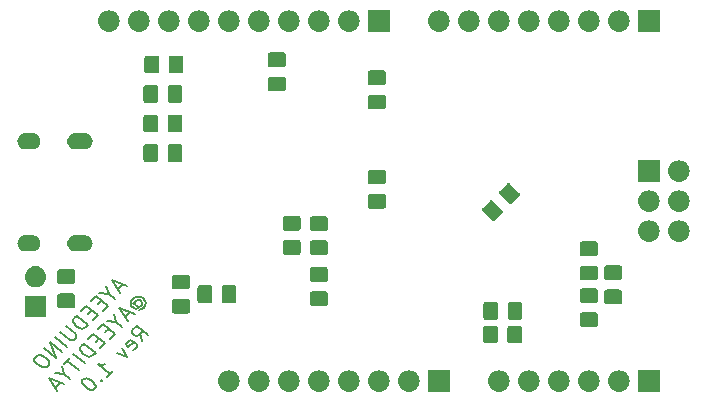
<source format=gbr>
%TF.GenerationSoftware,KiCad,Pcbnew,(5.1.2-1)-1*%
%TF.CreationDate,2019-12-21T14:34:47+05:30*%
%TF.ProjectId,Uno Panel,556e6f20-5061-46e6-956c-2e6b69636164,rev?*%
%TF.SameCoordinates,Original*%
%TF.FileFunction,Soldermask,Bot*%
%TF.FilePolarity,Negative*%
%FSLAX46Y46*%
G04 Gerber Fmt 4.6, Leading zero omitted, Abs format (unit mm)*
G04 Created by KiCad (PCBNEW (5.1.2-1)-1) date 2019-12-21 14:34:47*
%MOMM*%
%LPD*%
G04 APERTURE LIST*
%ADD10C,0.203200*%
%ADD11C,0.100000*%
G04 APERTURE END LIST*
D10*
X21506589Y-172153306D02*
X21078957Y-172580938D01*
X21880766Y-172292286D02*
X20571145Y-171805856D01*
X21282082Y-172890970D01*
X20330603Y-172987187D02*
X20811688Y-173361365D01*
X20100751Y-172276250D02*
X20330603Y-172987187D01*
X19502067Y-172874934D01*
X19683810Y-173548453D02*
X19384469Y-173847795D01*
X19785373Y-174387680D02*
X20213004Y-173960048D01*
X19202725Y-173174276D01*
X18775094Y-173601907D01*
X18871311Y-174360953D02*
X18571969Y-174660294D01*
X18972873Y-175200179D02*
X19400505Y-174772548D01*
X18390226Y-173986775D01*
X17962595Y-174414406D01*
X18588005Y-175585047D02*
X17577727Y-174799275D01*
X17363911Y-175013090D01*
X17283730Y-175178797D01*
X17294421Y-175339159D01*
X17347875Y-175456758D01*
X17497546Y-175649192D01*
X17641871Y-175761445D01*
X17877068Y-175868353D01*
X18016049Y-175900425D01*
X18197792Y-175889734D01*
X18374190Y-175798863D01*
X18588005Y-175585047D01*
X16679701Y-175697300D02*
X17497546Y-176333402D01*
X17551000Y-176451000D01*
X17556345Y-176531181D01*
X17518927Y-176654125D01*
X17347875Y-176825178D01*
X17214240Y-176873286D01*
X17123368Y-176878632D01*
X16984388Y-176846559D01*
X16166543Y-176210458D01*
X16749191Y-177423861D02*
X15738912Y-176638089D01*
X16321560Y-177851493D02*
X15311281Y-177065720D01*
X15808402Y-178364650D01*
X14798123Y-177578878D01*
X14199440Y-178177561D02*
X14028387Y-178348614D01*
X13990969Y-178471558D01*
X14001660Y-178631920D01*
X14151331Y-178824354D01*
X14488091Y-179086278D01*
X14723288Y-179193186D01*
X14905031Y-179182495D01*
X15038666Y-179134386D01*
X15209719Y-178963334D01*
X15247136Y-178840390D01*
X15236445Y-178680028D01*
X15086775Y-178487594D01*
X14750015Y-178225670D01*
X14514818Y-178118762D01*
X14333074Y-178129453D01*
X14199440Y-178177561D01*
X22484154Y-173815082D02*
X22478809Y-173734901D01*
X22516226Y-173611957D01*
X22601753Y-173526431D01*
X22735387Y-173478322D01*
X22826259Y-173472977D01*
X22965239Y-173505049D01*
X23061456Y-173579885D01*
X23114910Y-173697483D01*
X23120256Y-173777664D01*
X23082838Y-173900608D01*
X22997312Y-173986134D01*
X22863677Y-174034243D01*
X22772805Y-174039588D01*
X22387937Y-173740246D02*
X22772805Y-174039588D01*
X22778151Y-174119769D01*
X22735387Y-174162532D01*
X22601753Y-174210641D01*
X22462773Y-174178568D01*
X22222230Y-173991480D01*
X22163431Y-173793700D01*
X22195503Y-173590575D01*
X22318447Y-173382105D01*
X22537608Y-173248470D01*
X22762114Y-173195016D01*
X22991966Y-173221743D01*
X23227163Y-173328651D01*
X23376834Y-173521085D01*
X23435634Y-173718865D01*
X23403561Y-173921990D01*
X23280617Y-174130460D01*
X23061456Y-174264095D01*
X22836950Y-174317549D01*
X22120668Y-174520673D02*
X21693036Y-174948305D01*
X22494845Y-174659654D02*
X21185224Y-174173223D01*
X21896161Y-175258337D01*
X20944682Y-175354554D02*
X21425767Y-175728732D01*
X20714830Y-174643617D02*
X20944682Y-175354554D01*
X20116146Y-175242301D01*
X20297889Y-175915820D02*
X19998547Y-176215162D01*
X20399452Y-176755047D02*
X20827083Y-176327415D01*
X19816804Y-175541643D01*
X19389173Y-175969274D01*
X19485390Y-176728320D02*
X19186048Y-177027662D01*
X19586952Y-177567546D02*
X20014584Y-177139915D01*
X19004305Y-176354142D01*
X18576674Y-176781774D01*
X19202084Y-177952414D02*
X18191805Y-177166642D01*
X17977990Y-177380457D01*
X17897809Y-177546164D01*
X17908500Y-177706526D01*
X17961954Y-177824125D01*
X18111625Y-178016559D01*
X18255950Y-178128812D01*
X18491147Y-178235720D01*
X18630127Y-178267792D01*
X18811871Y-178257101D01*
X18988269Y-178166230D01*
X19202084Y-177952414D01*
X18304059Y-178850440D02*
X17293780Y-178064667D01*
X16994438Y-178364009D02*
X16481280Y-178877167D01*
X17748138Y-179406360D02*
X16737859Y-178620588D01*
X16540080Y-179759156D02*
X17021165Y-180133333D01*
X16310228Y-179048219D02*
X16540080Y-179759156D01*
X15711544Y-179646903D01*
X16176593Y-180464748D02*
X15748962Y-180892379D01*
X16550771Y-180603728D02*
X15241150Y-180117297D01*
X15952087Y-181202412D01*
X23151687Y-176984257D02*
X22969944Y-176310738D01*
X23664844Y-176471100D02*
X22654566Y-175685328D01*
X22312461Y-176027433D01*
X22275043Y-176150377D01*
X22280388Y-176230557D01*
X22333842Y-176348156D01*
X22478168Y-176460409D01*
X22617148Y-176492481D01*
X22708020Y-176487136D01*
X22841654Y-176439028D01*
X23183759Y-176096923D01*
X22376605Y-177673813D02*
X22510240Y-177625704D01*
X22681293Y-177454652D01*
X22718710Y-177331708D01*
X22665256Y-177214109D01*
X22280388Y-176914767D01*
X22141408Y-176882695D01*
X22007773Y-176930804D01*
X21836721Y-177101856D01*
X21799303Y-177224800D01*
X21852757Y-177342399D01*
X21948974Y-177417234D01*
X22472822Y-177064438D01*
X21409090Y-177529487D02*
X21868793Y-178267151D01*
X20981458Y-177957119D01*
X20158268Y-179977676D02*
X20671426Y-179464519D01*
X20414847Y-179721097D02*
X19404568Y-178935325D01*
X19634420Y-178962052D01*
X19816163Y-178951361D01*
X19949798Y-178903253D01*
X19677183Y-180287709D02*
X19682528Y-180367890D01*
X19773400Y-180362544D01*
X19768055Y-180282363D01*
X19677183Y-180287709D01*
X19773400Y-180362544D01*
X18164438Y-180175456D02*
X18078911Y-180260982D01*
X18041494Y-180383926D01*
X18046839Y-180464107D01*
X18100293Y-180581705D01*
X18249964Y-180774139D01*
X18490506Y-180961228D01*
X18725704Y-181068136D01*
X18864684Y-181100208D01*
X18955555Y-181094863D01*
X19089190Y-181046754D01*
X19174716Y-180961228D01*
X19212134Y-180838284D01*
X19206789Y-180758103D01*
X19153335Y-180640505D01*
X19003664Y-180448071D01*
X18763121Y-180260982D01*
X18527924Y-180154074D01*
X18388944Y-180122002D01*
X18298072Y-180127347D01*
X18164438Y-180175456D01*
D11*
G36*
X66941000Y-181241000D02*
G01*
X65139000Y-181241000D01*
X65139000Y-179439000D01*
X66941000Y-179439000D01*
X66941000Y-181241000D01*
X66941000Y-181241000D01*
G37*
G36*
X63610443Y-179445519D02*
G01*
X63676627Y-179452037D01*
X63846466Y-179503557D01*
X64002991Y-179587222D01*
X64038729Y-179616552D01*
X64140186Y-179699814D01*
X64223448Y-179801271D01*
X64252778Y-179837009D01*
X64336443Y-179993534D01*
X64387963Y-180163373D01*
X64405359Y-180340000D01*
X64387963Y-180516627D01*
X64336443Y-180686466D01*
X64252778Y-180842991D01*
X64223448Y-180878729D01*
X64140186Y-180980186D01*
X64038729Y-181063448D01*
X64002991Y-181092778D01*
X63846466Y-181176443D01*
X63676627Y-181227963D01*
X63610442Y-181234482D01*
X63544260Y-181241000D01*
X63455740Y-181241000D01*
X63389558Y-181234482D01*
X63323373Y-181227963D01*
X63153534Y-181176443D01*
X62997009Y-181092778D01*
X62961271Y-181063448D01*
X62859814Y-180980186D01*
X62776552Y-180878729D01*
X62747222Y-180842991D01*
X62663557Y-180686466D01*
X62612037Y-180516627D01*
X62594641Y-180340000D01*
X62612037Y-180163373D01*
X62663557Y-179993534D01*
X62747222Y-179837009D01*
X62776552Y-179801271D01*
X62859814Y-179699814D01*
X62961271Y-179616552D01*
X62997009Y-179587222D01*
X63153534Y-179503557D01*
X63323373Y-179452037D01*
X63389557Y-179445519D01*
X63455740Y-179439000D01*
X63544260Y-179439000D01*
X63610443Y-179445519D01*
X63610443Y-179445519D01*
G37*
G36*
X61070443Y-179445519D02*
G01*
X61136627Y-179452037D01*
X61306466Y-179503557D01*
X61462991Y-179587222D01*
X61498729Y-179616552D01*
X61600186Y-179699814D01*
X61683448Y-179801271D01*
X61712778Y-179837009D01*
X61796443Y-179993534D01*
X61847963Y-180163373D01*
X61865359Y-180340000D01*
X61847963Y-180516627D01*
X61796443Y-180686466D01*
X61712778Y-180842991D01*
X61683448Y-180878729D01*
X61600186Y-180980186D01*
X61498729Y-181063448D01*
X61462991Y-181092778D01*
X61306466Y-181176443D01*
X61136627Y-181227963D01*
X61070442Y-181234482D01*
X61004260Y-181241000D01*
X60915740Y-181241000D01*
X60849558Y-181234482D01*
X60783373Y-181227963D01*
X60613534Y-181176443D01*
X60457009Y-181092778D01*
X60421271Y-181063448D01*
X60319814Y-180980186D01*
X60236552Y-180878729D01*
X60207222Y-180842991D01*
X60123557Y-180686466D01*
X60072037Y-180516627D01*
X60054641Y-180340000D01*
X60072037Y-180163373D01*
X60123557Y-179993534D01*
X60207222Y-179837009D01*
X60236552Y-179801271D01*
X60319814Y-179699814D01*
X60421271Y-179616552D01*
X60457009Y-179587222D01*
X60613534Y-179503557D01*
X60783373Y-179452037D01*
X60849557Y-179445519D01*
X60915740Y-179439000D01*
X61004260Y-179439000D01*
X61070443Y-179445519D01*
X61070443Y-179445519D01*
G37*
G36*
X58530443Y-179445519D02*
G01*
X58596627Y-179452037D01*
X58766466Y-179503557D01*
X58922991Y-179587222D01*
X58958729Y-179616552D01*
X59060186Y-179699814D01*
X59143448Y-179801271D01*
X59172778Y-179837009D01*
X59256443Y-179993534D01*
X59307963Y-180163373D01*
X59325359Y-180340000D01*
X59307963Y-180516627D01*
X59256443Y-180686466D01*
X59172778Y-180842991D01*
X59143448Y-180878729D01*
X59060186Y-180980186D01*
X58958729Y-181063448D01*
X58922991Y-181092778D01*
X58766466Y-181176443D01*
X58596627Y-181227963D01*
X58530442Y-181234482D01*
X58464260Y-181241000D01*
X58375740Y-181241000D01*
X58309558Y-181234482D01*
X58243373Y-181227963D01*
X58073534Y-181176443D01*
X57917009Y-181092778D01*
X57881271Y-181063448D01*
X57779814Y-180980186D01*
X57696552Y-180878729D01*
X57667222Y-180842991D01*
X57583557Y-180686466D01*
X57532037Y-180516627D01*
X57514641Y-180340000D01*
X57532037Y-180163373D01*
X57583557Y-179993534D01*
X57667222Y-179837009D01*
X57696552Y-179801271D01*
X57779814Y-179699814D01*
X57881271Y-179616552D01*
X57917009Y-179587222D01*
X58073534Y-179503557D01*
X58243373Y-179452037D01*
X58309557Y-179445519D01*
X58375740Y-179439000D01*
X58464260Y-179439000D01*
X58530443Y-179445519D01*
X58530443Y-179445519D01*
G37*
G36*
X55990443Y-179445519D02*
G01*
X56056627Y-179452037D01*
X56226466Y-179503557D01*
X56382991Y-179587222D01*
X56418729Y-179616552D01*
X56520186Y-179699814D01*
X56603448Y-179801271D01*
X56632778Y-179837009D01*
X56716443Y-179993534D01*
X56767963Y-180163373D01*
X56785359Y-180340000D01*
X56767963Y-180516627D01*
X56716443Y-180686466D01*
X56632778Y-180842991D01*
X56603448Y-180878729D01*
X56520186Y-180980186D01*
X56418729Y-181063448D01*
X56382991Y-181092778D01*
X56226466Y-181176443D01*
X56056627Y-181227963D01*
X55990442Y-181234482D01*
X55924260Y-181241000D01*
X55835740Y-181241000D01*
X55769558Y-181234482D01*
X55703373Y-181227963D01*
X55533534Y-181176443D01*
X55377009Y-181092778D01*
X55341271Y-181063448D01*
X55239814Y-180980186D01*
X55156552Y-180878729D01*
X55127222Y-180842991D01*
X55043557Y-180686466D01*
X54992037Y-180516627D01*
X54974641Y-180340000D01*
X54992037Y-180163373D01*
X55043557Y-179993534D01*
X55127222Y-179837009D01*
X55156552Y-179801271D01*
X55239814Y-179699814D01*
X55341271Y-179616552D01*
X55377009Y-179587222D01*
X55533534Y-179503557D01*
X55703373Y-179452037D01*
X55769557Y-179445519D01*
X55835740Y-179439000D01*
X55924260Y-179439000D01*
X55990443Y-179445519D01*
X55990443Y-179445519D01*
G37*
G36*
X53450443Y-179445519D02*
G01*
X53516627Y-179452037D01*
X53686466Y-179503557D01*
X53842991Y-179587222D01*
X53878729Y-179616552D01*
X53980186Y-179699814D01*
X54063448Y-179801271D01*
X54092778Y-179837009D01*
X54176443Y-179993534D01*
X54227963Y-180163373D01*
X54245359Y-180340000D01*
X54227963Y-180516627D01*
X54176443Y-180686466D01*
X54092778Y-180842991D01*
X54063448Y-180878729D01*
X53980186Y-180980186D01*
X53878729Y-181063448D01*
X53842991Y-181092778D01*
X53686466Y-181176443D01*
X53516627Y-181227963D01*
X53450442Y-181234482D01*
X53384260Y-181241000D01*
X53295740Y-181241000D01*
X53229558Y-181234482D01*
X53163373Y-181227963D01*
X52993534Y-181176443D01*
X52837009Y-181092778D01*
X52801271Y-181063448D01*
X52699814Y-180980186D01*
X52616552Y-180878729D01*
X52587222Y-180842991D01*
X52503557Y-180686466D01*
X52452037Y-180516627D01*
X52434641Y-180340000D01*
X52452037Y-180163373D01*
X52503557Y-179993534D01*
X52587222Y-179837009D01*
X52616552Y-179801271D01*
X52699814Y-179699814D01*
X52801271Y-179616552D01*
X52837009Y-179587222D01*
X52993534Y-179503557D01*
X53163373Y-179452037D01*
X53229557Y-179445519D01*
X53295740Y-179439000D01*
X53384260Y-179439000D01*
X53450443Y-179445519D01*
X53450443Y-179445519D01*
G37*
G36*
X49161000Y-181241000D02*
G01*
X47359000Y-181241000D01*
X47359000Y-179439000D01*
X49161000Y-179439000D01*
X49161000Y-181241000D01*
X49161000Y-181241000D01*
G37*
G36*
X45830443Y-179445519D02*
G01*
X45896627Y-179452037D01*
X46066466Y-179503557D01*
X46222991Y-179587222D01*
X46258729Y-179616552D01*
X46360186Y-179699814D01*
X46443448Y-179801271D01*
X46472778Y-179837009D01*
X46556443Y-179993534D01*
X46607963Y-180163373D01*
X46625359Y-180340000D01*
X46607963Y-180516627D01*
X46556443Y-180686466D01*
X46472778Y-180842991D01*
X46443448Y-180878729D01*
X46360186Y-180980186D01*
X46258729Y-181063448D01*
X46222991Y-181092778D01*
X46066466Y-181176443D01*
X45896627Y-181227963D01*
X45830442Y-181234482D01*
X45764260Y-181241000D01*
X45675740Y-181241000D01*
X45609558Y-181234482D01*
X45543373Y-181227963D01*
X45373534Y-181176443D01*
X45217009Y-181092778D01*
X45181271Y-181063448D01*
X45079814Y-180980186D01*
X44996552Y-180878729D01*
X44967222Y-180842991D01*
X44883557Y-180686466D01*
X44832037Y-180516627D01*
X44814641Y-180340000D01*
X44832037Y-180163373D01*
X44883557Y-179993534D01*
X44967222Y-179837009D01*
X44996552Y-179801271D01*
X45079814Y-179699814D01*
X45181271Y-179616552D01*
X45217009Y-179587222D01*
X45373534Y-179503557D01*
X45543373Y-179452037D01*
X45609557Y-179445519D01*
X45675740Y-179439000D01*
X45764260Y-179439000D01*
X45830443Y-179445519D01*
X45830443Y-179445519D01*
G37*
G36*
X43290443Y-179445519D02*
G01*
X43356627Y-179452037D01*
X43526466Y-179503557D01*
X43682991Y-179587222D01*
X43718729Y-179616552D01*
X43820186Y-179699814D01*
X43903448Y-179801271D01*
X43932778Y-179837009D01*
X44016443Y-179993534D01*
X44067963Y-180163373D01*
X44085359Y-180340000D01*
X44067963Y-180516627D01*
X44016443Y-180686466D01*
X43932778Y-180842991D01*
X43903448Y-180878729D01*
X43820186Y-180980186D01*
X43718729Y-181063448D01*
X43682991Y-181092778D01*
X43526466Y-181176443D01*
X43356627Y-181227963D01*
X43290442Y-181234482D01*
X43224260Y-181241000D01*
X43135740Y-181241000D01*
X43069558Y-181234482D01*
X43003373Y-181227963D01*
X42833534Y-181176443D01*
X42677009Y-181092778D01*
X42641271Y-181063448D01*
X42539814Y-180980186D01*
X42456552Y-180878729D01*
X42427222Y-180842991D01*
X42343557Y-180686466D01*
X42292037Y-180516627D01*
X42274641Y-180340000D01*
X42292037Y-180163373D01*
X42343557Y-179993534D01*
X42427222Y-179837009D01*
X42456552Y-179801271D01*
X42539814Y-179699814D01*
X42641271Y-179616552D01*
X42677009Y-179587222D01*
X42833534Y-179503557D01*
X43003373Y-179452037D01*
X43069557Y-179445519D01*
X43135740Y-179439000D01*
X43224260Y-179439000D01*
X43290443Y-179445519D01*
X43290443Y-179445519D01*
G37*
G36*
X40750443Y-179445519D02*
G01*
X40816627Y-179452037D01*
X40986466Y-179503557D01*
X41142991Y-179587222D01*
X41178729Y-179616552D01*
X41280186Y-179699814D01*
X41363448Y-179801271D01*
X41392778Y-179837009D01*
X41476443Y-179993534D01*
X41527963Y-180163373D01*
X41545359Y-180340000D01*
X41527963Y-180516627D01*
X41476443Y-180686466D01*
X41392778Y-180842991D01*
X41363448Y-180878729D01*
X41280186Y-180980186D01*
X41178729Y-181063448D01*
X41142991Y-181092778D01*
X40986466Y-181176443D01*
X40816627Y-181227963D01*
X40750442Y-181234482D01*
X40684260Y-181241000D01*
X40595740Y-181241000D01*
X40529558Y-181234482D01*
X40463373Y-181227963D01*
X40293534Y-181176443D01*
X40137009Y-181092778D01*
X40101271Y-181063448D01*
X39999814Y-180980186D01*
X39916552Y-180878729D01*
X39887222Y-180842991D01*
X39803557Y-180686466D01*
X39752037Y-180516627D01*
X39734641Y-180340000D01*
X39752037Y-180163373D01*
X39803557Y-179993534D01*
X39887222Y-179837009D01*
X39916552Y-179801271D01*
X39999814Y-179699814D01*
X40101271Y-179616552D01*
X40137009Y-179587222D01*
X40293534Y-179503557D01*
X40463373Y-179452037D01*
X40529557Y-179445519D01*
X40595740Y-179439000D01*
X40684260Y-179439000D01*
X40750443Y-179445519D01*
X40750443Y-179445519D01*
G37*
G36*
X38210443Y-179445519D02*
G01*
X38276627Y-179452037D01*
X38446466Y-179503557D01*
X38602991Y-179587222D01*
X38638729Y-179616552D01*
X38740186Y-179699814D01*
X38823448Y-179801271D01*
X38852778Y-179837009D01*
X38936443Y-179993534D01*
X38987963Y-180163373D01*
X39005359Y-180340000D01*
X38987963Y-180516627D01*
X38936443Y-180686466D01*
X38852778Y-180842991D01*
X38823448Y-180878729D01*
X38740186Y-180980186D01*
X38638729Y-181063448D01*
X38602991Y-181092778D01*
X38446466Y-181176443D01*
X38276627Y-181227963D01*
X38210442Y-181234482D01*
X38144260Y-181241000D01*
X38055740Y-181241000D01*
X37989558Y-181234482D01*
X37923373Y-181227963D01*
X37753534Y-181176443D01*
X37597009Y-181092778D01*
X37561271Y-181063448D01*
X37459814Y-180980186D01*
X37376552Y-180878729D01*
X37347222Y-180842991D01*
X37263557Y-180686466D01*
X37212037Y-180516627D01*
X37194641Y-180340000D01*
X37212037Y-180163373D01*
X37263557Y-179993534D01*
X37347222Y-179837009D01*
X37376552Y-179801271D01*
X37459814Y-179699814D01*
X37561271Y-179616552D01*
X37597009Y-179587222D01*
X37753534Y-179503557D01*
X37923373Y-179452037D01*
X37989557Y-179445519D01*
X38055740Y-179439000D01*
X38144260Y-179439000D01*
X38210443Y-179445519D01*
X38210443Y-179445519D01*
G37*
G36*
X35670443Y-179445519D02*
G01*
X35736627Y-179452037D01*
X35906466Y-179503557D01*
X36062991Y-179587222D01*
X36098729Y-179616552D01*
X36200186Y-179699814D01*
X36283448Y-179801271D01*
X36312778Y-179837009D01*
X36396443Y-179993534D01*
X36447963Y-180163373D01*
X36465359Y-180340000D01*
X36447963Y-180516627D01*
X36396443Y-180686466D01*
X36312778Y-180842991D01*
X36283448Y-180878729D01*
X36200186Y-180980186D01*
X36098729Y-181063448D01*
X36062991Y-181092778D01*
X35906466Y-181176443D01*
X35736627Y-181227963D01*
X35670442Y-181234482D01*
X35604260Y-181241000D01*
X35515740Y-181241000D01*
X35449558Y-181234482D01*
X35383373Y-181227963D01*
X35213534Y-181176443D01*
X35057009Y-181092778D01*
X35021271Y-181063448D01*
X34919814Y-180980186D01*
X34836552Y-180878729D01*
X34807222Y-180842991D01*
X34723557Y-180686466D01*
X34672037Y-180516627D01*
X34654641Y-180340000D01*
X34672037Y-180163373D01*
X34723557Y-179993534D01*
X34807222Y-179837009D01*
X34836552Y-179801271D01*
X34919814Y-179699814D01*
X35021271Y-179616552D01*
X35057009Y-179587222D01*
X35213534Y-179503557D01*
X35383373Y-179452037D01*
X35449557Y-179445519D01*
X35515740Y-179439000D01*
X35604260Y-179439000D01*
X35670443Y-179445519D01*
X35670443Y-179445519D01*
G37*
G36*
X33130443Y-179445519D02*
G01*
X33196627Y-179452037D01*
X33366466Y-179503557D01*
X33522991Y-179587222D01*
X33558729Y-179616552D01*
X33660186Y-179699814D01*
X33743448Y-179801271D01*
X33772778Y-179837009D01*
X33856443Y-179993534D01*
X33907963Y-180163373D01*
X33925359Y-180340000D01*
X33907963Y-180516627D01*
X33856443Y-180686466D01*
X33772778Y-180842991D01*
X33743448Y-180878729D01*
X33660186Y-180980186D01*
X33558729Y-181063448D01*
X33522991Y-181092778D01*
X33366466Y-181176443D01*
X33196627Y-181227963D01*
X33130442Y-181234482D01*
X33064260Y-181241000D01*
X32975740Y-181241000D01*
X32909558Y-181234482D01*
X32843373Y-181227963D01*
X32673534Y-181176443D01*
X32517009Y-181092778D01*
X32481271Y-181063448D01*
X32379814Y-180980186D01*
X32296552Y-180878729D01*
X32267222Y-180842991D01*
X32183557Y-180686466D01*
X32132037Y-180516627D01*
X32114641Y-180340000D01*
X32132037Y-180163373D01*
X32183557Y-179993534D01*
X32267222Y-179837009D01*
X32296552Y-179801271D01*
X32379814Y-179699814D01*
X32481271Y-179616552D01*
X32517009Y-179587222D01*
X32673534Y-179503557D01*
X32843373Y-179452037D01*
X32909557Y-179445519D01*
X32975740Y-179439000D01*
X33064260Y-179439000D01*
X33130443Y-179445519D01*
X33130443Y-179445519D01*
G37*
G36*
X30590443Y-179445519D02*
G01*
X30656627Y-179452037D01*
X30826466Y-179503557D01*
X30982991Y-179587222D01*
X31018729Y-179616552D01*
X31120186Y-179699814D01*
X31203448Y-179801271D01*
X31232778Y-179837009D01*
X31316443Y-179993534D01*
X31367963Y-180163373D01*
X31385359Y-180340000D01*
X31367963Y-180516627D01*
X31316443Y-180686466D01*
X31232778Y-180842991D01*
X31203448Y-180878729D01*
X31120186Y-180980186D01*
X31018729Y-181063448D01*
X30982991Y-181092778D01*
X30826466Y-181176443D01*
X30656627Y-181227963D01*
X30590442Y-181234482D01*
X30524260Y-181241000D01*
X30435740Y-181241000D01*
X30369558Y-181234482D01*
X30303373Y-181227963D01*
X30133534Y-181176443D01*
X29977009Y-181092778D01*
X29941271Y-181063448D01*
X29839814Y-180980186D01*
X29756552Y-180878729D01*
X29727222Y-180842991D01*
X29643557Y-180686466D01*
X29592037Y-180516627D01*
X29574641Y-180340000D01*
X29592037Y-180163373D01*
X29643557Y-179993534D01*
X29727222Y-179837009D01*
X29756552Y-179801271D01*
X29839814Y-179699814D01*
X29941271Y-179616552D01*
X29977009Y-179587222D01*
X30133534Y-179503557D01*
X30303373Y-179452037D01*
X30369557Y-179445519D01*
X30435740Y-179439000D01*
X30524260Y-179439000D01*
X30590443Y-179445519D01*
X30590443Y-179445519D01*
G37*
G36*
X53088674Y-175653465D02*
G01*
X53126367Y-175664899D01*
X53161103Y-175683466D01*
X53191548Y-175708452D01*
X53216534Y-175738897D01*
X53235101Y-175773633D01*
X53246535Y-175811326D01*
X53251000Y-175856661D01*
X53251000Y-176943339D01*
X53246535Y-176988674D01*
X53235101Y-177026367D01*
X53216534Y-177061103D01*
X53191548Y-177091548D01*
X53161103Y-177116534D01*
X53126367Y-177135101D01*
X53088674Y-177146535D01*
X53043339Y-177151000D01*
X52206661Y-177151000D01*
X52161326Y-177146535D01*
X52123633Y-177135101D01*
X52088897Y-177116534D01*
X52058452Y-177091548D01*
X52033466Y-177061103D01*
X52014899Y-177026367D01*
X52003465Y-176988674D01*
X51999000Y-176943339D01*
X51999000Y-175856661D01*
X52003465Y-175811326D01*
X52014899Y-175773633D01*
X52033466Y-175738897D01*
X52058452Y-175708452D01*
X52088897Y-175683466D01*
X52123633Y-175664899D01*
X52161326Y-175653465D01*
X52206661Y-175649000D01*
X53043339Y-175649000D01*
X53088674Y-175653465D01*
X53088674Y-175653465D01*
G37*
G36*
X55138674Y-175653465D02*
G01*
X55176367Y-175664899D01*
X55211103Y-175683466D01*
X55241548Y-175708452D01*
X55266534Y-175738897D01*
X55285101Y-175773633D01*
X55296535Y-175811326D01*
X55301000Y-175856661D01*
X55301000Y-176943339D01*
X55296535Y-176988674D01*
X55285101Y-177026367D01*
X55266534Y-177061103D01*
X55241548Y-177091548D01*
X55211103Y-177116534D01*
X55176367Y-177135101D01*
X55138674Y-177146535D01*
X55093339Y-177151000D01*
X54256661Y-177151000D01*
X54211326Y-177146535D01*
X54173633Y-177135101D01*
X54138897Y-177116534D01*
X54108452Y-177091548D01*
X54083466Y-177061103D01*
X54064899Y-177026367D01*
X54053465Y-176988674D01*
X54049000Y-176943339D01*
X54049000Y-175856661D01*
X54053465Y-175811326D01*
X54064899Y-175773633D01*
X54083466Y-175738897D01*
X54108452Y-175708452D01*
X54138897Y-175683466D01*
X54173633Y-175664899D01*
X54211326Y-175653465D01*
X54256661Y-175649000D01*
X55093339Y-175649000D01*
X55138674Y-175653465D01*
X55138674Y-175653465D01*
G37*
G36*
X61548674Y-174529465D02*
G01*
X61586367Y-174540899D01*
X61621103Y-174559466D01*
X61651548Y-174584452D01*
X61676534Y-174614897D01*
X61695101Y-174649633D01*
X61706535Y-174687326D01*
X61711000Y-174732661D01*
X61711000Y-175569339D01*
X61706535Y-175614674D01*
X61695101Y-175652367D01*
X61676534Y-175687103D01*
X61651548Y-175717548D01*
X61621103Y-175742534D01*
X61586367Y-175761101D01*
X61548674Y-175772535D01*
X61503339Y-175777000D01*
X60416661Y-175777000D01*
X60371326Y-175772535D01*
X60333633Y-175761101D01*
X60298897Y-175742534D01*
X60268452Y-175717548D01*
X60243466Y-175687103D01*
X60224899Y-175652367D01*
X60213465Y-175614674D01*
X60209000Y-175569339D01*
X60209000Y-174732661D01*
X60213465Y-174687326D01*
X60224899Y-174649633D01*
X60243466Y-174614897D01*
X60268452Y-174584452D01*
X60298897Y-174559466D01*
X60333633Y-174540899D01*
X60371326Y-174529465D01*
X60416661Y-174525000D01*
X61503339Y-174525000D01*
X61548674Y-174529465D01*
X61548674Y-174529465D01*
G37*
G36*
X55163674Y-173653465D02*
G01*
X55201367Y-173664899D01*
X55236103Y-173683466D01*
X55266548Y-173708452D01*
X55291534Y-173738897D01*
X55310101Y-173773633D01*
X55321535Y-173811326D01*
X55326000Y-173856661D01*
X55326000Y-174943339D01*
X55321535Y-174988674D01*
X55310101Y-175026367D01*
X55291534Y-175061103D01*
X55266548Y-175091548D01*
X55236103Y-175116534D01*
X55201367Y-175135101D01*
X55163674Y-175146535D01*
X55118339Y-175151000D01*
X54281661Y-175151000D01*
X54236326Y-175146535D01*
X54198633Y-175135101D01*
X54163897Y-175116534D01*
X54133452Y-175091548D01*
X54108466Y-175061103D01*
X54089899Y-175026367D01*
X54078465Y-174988674D01*
X54074000Y-174943339D01*
X54074000Y-173856661D01*
X54078465Y-173811326D01*
X54089899Y-173773633D01*
X54108466Y-173738897D01*
X54133452Y-173708452D01*
X54163897Y-173683466D01*
X54198633Y-173664899D01*
X54236326Y-173653465D01*
X54281661Y-173649000D01*
X55118339Y-173649000D01*
X55163674Y-173653465D01*
X55163674Y-173653465D01*
G37*
G36*
X53113674Y-173653465D02*
G01*
X53151367Y-173664899D01*
X53186103Y-173683466D01*
X53216548Y-173708452D01*
X53241534Y-173738897D01*
X53260101Y-173773633D01*
X53271535Y-173811326D01*
X53276000Y-173856661D01*
X53276000Y-174943339D01*
X53271535Y-174988674D01*
X53260101Y-175026367D01*
X53241534Y-175061103D01*
X53216548Y-175091548D01*
X53186103Y-175116534D01*
X53151367Y-175135101D01*
X53113674Y-175146535D01*
X53068339Y-175151000D01*
X52231661Y-175151000D01*
X52186326Y-175146535D01*
X52148633Y-175135101D01*
X52113897Y-175116534D01*
X52083452Y-175091548D01*
X52058466Y-175061103D01*
X52039899Y-175026367D01*
X52028465Y-174988674D01*
X52024000Y-174943339D01*
X52024000Y-173856661D01*
X52028465Y-173811326D01*
X52039899Y-173773633D01*
X52058466Y-173738897D01*
X52083452Y-173708452D01*
X52113897Y-173683466D01*
X52148633Y-173664899D01*
X52186326Y-173653465D01*
X52231661Y-173649000D01*
X53068339Y-173649000D01*
X53113674Y-173653465D01*
X53113674Y-173653465D01*
G37*
G36*
X15001000Y-174941000D02*
G01*
X13199000Y-174941000D01*
X13199000Y-173139000D01*
X15001000Y-173139000D01*
X15001000Y-174941000D01*
X15001000Y-174941000D01*
G37*
G36*
X27004674Y-173386465D02*
G01*
X27042367Y-173397899D01*
X27077103Y-173416466D01*
X27107548Y-173441452D01*
X27132534Y-173471897D01*
X27151101Y-173506633D01*
X27162535Y-173544326D01*
X27167000Y-173589661D01*
X27167000Y-174426339D01*
X27162535Y-174471674D01*
X27151101Y-174509367D01*
X27132534Y-174544103D01*
X27107548Y-174574548D01*
X27077103Y-174599534D01*
X27042367Y-174618101D01*
X27004674Y-174629535D01*
X26959339Y-174634000D01*
X25872661Y-174634000D01*
X25827326Y-174629535D01*
X25789633Y-174618101D01*
X25754897Y-174599534D01*
X25724452Y-174574548D01*
X25699466Y-174544103D01*
X25680899Y-174509367D01*
X25669465Y-174471674D01*
X25665000Y-174426339D01*
X25665000Y-173589661D01*
X25669465Y-173544326D01*
X25680899Y-173506633D01*
X25699466Y-173471897D01*
X25724452Y-173441452D01*
X25754897Y-173416466D01*
X25789633Y-173397899D01*
X25827326Y-173386465D01*
X25872661Y-173382000D01*
X26959339Y-173382000D01*
X27004674Y-173386465D01*
X27004674Y-173386465D01*
G37*
G36*
X17288674Y-172928465D02*
G01*
X17326367Y-172939899D01*
X17361103Y-172958466D01*
X17391548Y-172983452D01*
X17416534Y-173013897D01*
X17435101Y-173048633D01*
X17446535Y-173086326D01*
X17451000Y-173131661D01*
X17451000Y-173968339D01*
X17446535Y-174013674D01*
X17435101Y-174051367D01*
X17416534Y-174086103D01*
X17391548Y-174116548D01*
X17361103Y-174141534D01*
X17326367Y-174160101D01*
X17288674Y-174171535D01*
X17243339Y-174176000D01*
X16156661Y-174176000D01*
X16111326Y-174171535D01*
X16073633Y-174160101D01*
X16038897Y-174141534D01*
X16008452Y-174116548D01*
X15983466Y-174086103D01*
X15964899Y-174051367D01*
X15953465Y-174013674D01*
X15949000Y-173968339D01*
X15949000Y-173131661D01*
X15953465Y-173086326D01*
X15964899Y-173048633D01*
X15983466Y-173013897D01*
X16008452Y-172983452D01*
X16038897Y-172958466D01*
X16073633Y-172939899D01*
X16111326Y-172928465D01*
X16156661Y-172924000D01*
X17243339Y-172924000D01*
X17288674Y-172928465D01*
X17288674Y-172928465D01*
G37*
G36*
X38688674Y-172742465D02*
G01*
X38726367Y-172753899D01*
X38761103Y-172772466D01*
X38791548Y-172797452D01*
X38816534Y-172827897D01*
X38835101Y-172862633D01*
X38846535Y-172900326D01*
X38851000Y-172945661D01*
X38851000Y-173782339D01*
X38846535Y-173827674D01*
X38835101Y-173865367D01*
X38816534Y-173900103D01*
X38791548Y-173930548D01*
X38761103Y-173955534D01*
X38726367Y-173974101D01*
X38688674Y-173985535D01*
X38643339Y-173990000D01*
X37556661Y-173990000D01*
X37511326Y-173985535D01*
X37473633Y-173974101D01*
X37438897Y-173955534D01*
X37408452Y-173930548D01*
X37383466Y-173900103D01*
X37364899Y-173865367D01*
X37353465Y-173827674D01*
X37349000Y-173782339D01*
X37349000Y-172945661D01*
X37353465Y-172900326D01*
X37364899Y-172862633D01*
X37383466Y-172827897D01*
X37408452Y-172797452D01*
X37438897Y-172772466D01*
X37473633Y-172753899D01*
X37511326Y-172742465D01*
X37556661Y-172738000D01*
X38643339Y-172738000D01*
X38688674Y-172742465D01*
X38688674Y-172742465D01*
G37*
G36*
X63588674Y-172593465D02*
G01*
X63626367Y-172604899D01*
X63661103Y-172623466D01*
X63691548Y-172648452D01*
X63716534Y-172678897D01*
X63735101Y-172713633D01*
X63746535Y-172751326D01*
X63751000Y-172796661D01*
X63751000Y-173633339D01*
X63746535Y-173678674D01*
X63735101Y-173716367D01*
X63716534Y-173751103D01*
X63691548Y-173781548D01*
X63661103Y-173806534D01*
X63626367Y-173825101D01*
X63588674Y-173836535D01*
X63543339Y-173841000D01*
X62456661Y-173841000D01*
X62411326Y-173836535D01*
X62373633Y-173825101D01*
X62338897Y-173806534D01*
X62308452Y-173781548D01*
X62283466Y-173751103D01*
X62264899Y-173716367D01*
X62253465Y-173678674D01*
X62249000Y-173633339D01*
X62249000Y-172796661D01*
X62253465Y-172751326D01*
X62264899Y-172713633D01*
X62283466Y-172678897D01*
X62308452Y-172648452D01*
X62338897Y-172623466D01*
X62373633Y-172604899D01*
X62411326Y-172593465D01*
X62456661Y-172589000D01*
X63543339Y-172589000D01*
X63588674Y-172593465D01*
X63588674Y-172593465D01*
G37*
G36*
X28902674Y-172236465D02*
G01*
X28940367Y-172247899D01*
X28975103Y-172266466D01*
X29005548Y-172291452D01*
X29030534Y-172321897D01*
X29049101Y-172356633D01*
X29060535Y-172394326D01*
X29065000Y-172439661D01*
X29065000Y-173526339D01*
X29060535Y-173571674D01*
X29049101Y-173609367D01*
X29030534Y-173644103D01*
X29005548Y-173674548D01*
X28975103Y-173699534D01*
X28940367Y-173718101D01*
X28902674Y-173729535D01*
X28857339Y-173734000D01*
X28020661Y-173734000D01*
X27975326Y-173729535D01*
X27937633Y-173718101D01*
X27902897Y-173699534D01*
X27872452Y-173674548D01*
X27847466Y-173644103D01*
X27828899Y-173609367D01*
X27817465Y-173571674D01*
X27813000Y-173526339D01*
X27813000Y-172439661D01*
X27817465Y-172394326D01*
X27828899Y-172356633D01*
X27847466Y-172321897D01*
X27872452Y-172291452D01*
X27902897Y-172266466D01*
X27937633Y-172247899D01*
X27975326Y-172236465D01*
X28020661Y-172232000D01*
X28857339Y-172232000D01*
X28902674Y-172236465D01*
X28902674Y-172236465D01*
G37*
G36*
X30952674Y-172236465D02*
G01*
X30990367Y-172247899D01*
X31025103Y-172266466D01*
X31055548Y-172291452D01*
X31080534Y-172321897D01*
X31099101Y-172356633D01*
X31110535Y-172394326D01*
X31115000Y-172439661D01*
X31115000Y-173526339D01*
X31110535Y-173571674D01*
X31099101Y-173609367D01*
X31080534Y-173644103D01*
X31055548Y-173674548D01*
X31025103Y-173699534D01*
X30990367Y-173718101D01*
X30952674Y-173729535D01*
X30907339Y-173734000D01*
X30070661Y-173734000D01*
X30025326Y-173729535D01*
X29987633Y-173718101D01*
X29952897Y-173699534D01*
X29922452Y-173674548D01*
X29897466Y-173644103D01*
X29878899Y-173609367D01*
X29867465Y-173571674D01*
X29863000Y-173526339D01*
X29863000Y-172439661D01*
X29867465Y-172394326D01*
X29878899Y-172356633D01*
X29897466Y-172321897D01*
X29922452Y-172291452D01*
X29952897Y-172266466D01*
X29987633Y-172247899D01*
X30025326Y-172236465D01*
X30070661Y-172232000D01*
X30907339Y-172232000D01*
X30952674Y-172236465D01*
X30952674Y-172236465D01*
G37*
G36*
X61548674Y-172479465D02*
G01*
X61586367Y-172490899D01*
X61621103Y-172509466D01*
X61651548Y-172534452D01*
X61676534Y-172564897D01*
X61695101Y-172599633D01*
X61706535Y-172637326D01*
X61711000Y-172682661D01*
X61711000Y-173519339D01*
X61706535Y-173564674D01*
X61695101Y-173602367D01*
X61676534Y-173637103D01*
X61651548Y-173667548D01*
X61621103Y-173692534D01*
X61586367Y-173711101D01*
X61548674Y-173722535D01*
X61503339Y-173727000D01*
X60416661Y-173727000D01*
X60371326Y-173722535D01*
X60333633Y-173711101D01*
X60298897Y-173692534D01*
X60268452Y-173667548D01*
X60243466Y-173637103D01*
X60224899Y-173602367D01*
X60213465Y-173564674D01*
X60209000Y-173519339D01*
X60209000Y-172682661D01*
X60213465Y-172637326D01*
X60224899Y-172599633D01*
X60243466Y-172564897D01*
X60268452Y-172534452D01*
X60298897Y-172509466D01*
X60333633Y-172490899D01*
X60371326Y-172479465D01*
X60416661Y-172475000D01*
X61503339Y-172475000D01*
X61548674Y-172479465D01*
X61548674Y-172479465D01*
G37*
G36*
X27004674Y-171336465D02*
G01*
X27042367Y-171347899D01*
X27077103Y-171366466D01*
X27107548Y-171391452D01*
X27132534Y-171421897D01*
X27151101Y-171456633D01*
X27162535Y-171494326D01*
X27167000Y-171539661D01*
X27167000Y-172376339D01*
X27162535Y-172421674D01*
X27151101Y-172459367D01*
X27132534Y-172494103D01*
X27107548Y-172524548D01*
X27077103Y-172549534D01*
X27042367Y-172568101D01*
X27004674Y-172579535D01*
X26959339Y-172584000D01*
X25872661Y-172584000D01*
X25827326Y-172579535D01*
X25789633Y-172568101D01*
X25754897Y-172549534D01*
X25724452Y-172524548D01*
X25699466Y-172494103D01*
X25680899Y-172459367D01*
X25669465Y-172421674D01*
X25665000Y-172376339D01*
X25665000Y-171539661D01*
X25669465Y-171494326D01*
X25680899Y-171456633D01*
X25699466Y-171421897D01*
X25724452Y-171391452D01*
X25754897Y-171366466D01*
X25789633Y-171347899D01*
X25827326Y-171336465D01*
X25872661Y-171332000D01*
X26959339Y-171332000D01*
X27004674Y-171336465D01*
X27004674Y-171336465D01*
G37*
G36*
X14199756Y-170604466D02*
G01*
X14276627Y-170612037D01*
X14446466Y-170663557D01*
X14602991Y-170747222D01*
X14616215Y-170758075D01*
X14740186Y-170859814D01*
X14800618Y-170933452D01*
X14852778Y-170997009D01*
X14936443Y-171153534D01*
X14987963Y-171323373D01*
X15005359Y-171500000D01*
X14987963Y-171676627D01*
X14936443Y-171846466D01*
X14852778Y-172002991D01*
X14825603Y-172036103D01*
X14740186Y-172140186D01*
X14638729Y-172223448D01*
X14602991Y-172252778D01*
X14602989Y-172252779D01*
X14473680Y-172321897D01*
X14446466Y-172336443D01*
X14276627Y-172387963D01*
X14212021Y-172394326D01*
X14144260Y-172401000D01*
X14055740Y-172401000D01*
X13987979Y-172394326D01*
X13923373Y-172387963D01*
X13753534Y-172336443D01*
X13726321Y-172321897D01*
X13597011Y-172252779D01*
X13597009Y-172252778D01*
X13561271Y-172223448D01*
X13459814Y-172140186D01*
X13374397Y-172036103D01*
X13347222Y-172002991D01*
X13263557Y-171846466D01*
X13212037Y-171676627D01*
X13194641Y-171500000D01*
X13212037Y-171323373D01*
X13263557Y-171153534D01*
X13347222Y-170997009D01*
X13399382Y-170933452D01*
X13459814Y-170859814D01*
X13583785Y-170758075D01*
X13597009Y-170747222D01*
X13753534Y-170663557D01*
X13923373Y-170612037D01*
X14000244Y-170604466D01*
X14055740Y-170599000D01*
X14144260Y-170599000D01*
X14199756Y-170604466D01*
X14199756Y-170604466D01*
G37*
G36*
X17288674Y-170878465D02*
G01*
X17326367Y-170889899D01*
X17361103Y-170908466D01*
X17391548Y-170933452D01*
X17416534Y-170963897D01*
X17435101Y-170998633D01*
X17446535Y-171036326D01*
X17451000Y-171081661D01*
X17451000Y-171918339D01*
X17446535Y-171963674D01*
X17435101Y-172001367D01*
X17416534Y-172036103D01*
X17391548Y-172066548D01*
X17361103Y-172091534D01*
X17326367Y-172110101D01*
X17288674Y-172121535D01*
X17243339Y-172126000D01*
X16156661Y-172126000D01*
X16111326Y-172121535D01*
X16073633Y-172110101D01*
X16038897Y-172091534D01*
X16008452Y-172066548D01*
X15983466Y-172036103D01*
X15964899Y-172001367D01*
X15953465Y-171963674D01*
X15949000Y-171918339D01*
X15949000Y-171081661D01*
X15953465Y-171036326D01*
X15964899Y-170998633D01*
X15983466Y-170963897D01*
X16008452Y-170933452D01*
X16038897Y-170908466D01*
X16073633Y-170889899D01*
X16111326Y-170878465D01*
X16156661Y-170874000D01*
X17243339Y-170874000D01*
X17288674Y-170878465D01*
X17288674Y-170878465D01*
G37*
G36*
X38688674Y-170692465D02*
G01*
X38726367Y-170703899D01*
X38761103Y-170722466D01*
X38791548Y-170747452D01*
X38816534Y-170777897D01*
X38835101Y-170812633D01*
X38846535Y-170850326D01*
X38851000Y-170895661D01*
X38851000Y-171732339D01*
X38846535Y-171777674D01*
X38835101Y-171815367D01*
X38816534Y-171850103D01*
X38791548Y-171880548D01*
X38761103Y-171905534D01*
X38726367Y-171924101D01*
X38688674Y-171935535D01*
X38643339Y-171940000D01*
X37556661Y-171940000D01*
X37511326Y-171935535D01*
X37473633Y-171924101D01*
X37438897Y-171905534D01*
X37408452Y-171880548D01*
X37383466Y-171850103D01*
X37364899Y-171815367D01*
X37353465Y-171777674D01*
X37349000Y-171732339D01*
X37349000Y-170895661D01*
X37353465Y-170850326D01*
X37364899Y-170812633D01*
X37383466Y-170777897D01*
X37408452Y-170747452D01*
X37438897Y-170722466D01*
X37473633Y-170703899D01*
X37511326Y-170692465D01*
X37556661Y-170688000D01*
X38643339Y-170688000D01*
X38688674Y-170692465D01*
X38688674Y-170692465D01*
G37*
G36*
X61548674Y-170574465D02*
G01*
X61586367Y-170585899D01*
X61621103Y-170604466D01*
X61651548Y-170629452D01*
X61676534Y-170659897D01*
X61695101Y-170694633D01*
X61706535Y-170732326D01*
X61711000Y-170777661D01*
X61711000Y-171614339D01*
X61706535Y-171659674D01*
X61695101Y-171697367D01*
X61676534Y-171732103D01*
X61651548Y-171762548D01*
X61621103Y-171787534D01*
X61586367Y-171806101D01*
X61548674Y-171817535D01*
X61503339Y-171822000D01*
X60416661Y-171822000D01*
X60371326Y-171817535D01*
X60333633Y-171806101D01*
X60298897Y-171787534D01*
X60268452Y-171762548D01*
X60243466Y-171732103D01*
X60224899Y-171697367D01*
X60213465Y-171659674D01*
X60209000Y-171614339D01*
X60209000Y-170777661D01*
X60213465Y-170732326D01*
X60224899Y-170694633D01*
X60243466Y-170659897D01*
X60268452Y-170629452D01*
X60298897Y-170604466D01*
X60333633Y-170585899D01*
X60371326Y-170574465D01*
X60416661Y-170570000D01*
X61503339Y-170570000D01*
X61548674Y-170574465D01*
X61548674Y-170574465D01*
G37*
G36*
X63588674Y-170543465D02*
G01*
X63626367Y-170554899D01*
X63661103Y-170573466D01*
X63691548Y-170598452D01*
X63716534Y-170628897D01*
X63735101Y-170663633D01*
X63746535Y-170701326D01*
X63751000Y-170746661D01*
X63751000Y-171583339D01*
X63746535Y-171628674D01*
X63735101Y-171666367D01*
X63716534Y-171701103D01*
X63691548Y-171731548D01*
X63661103Y-171756534D01*
X63626367Y-171775101D01*
X63588674Y-171786535D01*
X63543339Y-171791000D01*
X62456661Y-171791000D01*
X62411326Y-171786535D01*
X62373633Y-171775101D01*
X62338897Y-171756534D01*
X62308452Y-171731548D01*
X62283466Y-171701103D01*
X62264899Y-171666367D01*
X62253465Y-171628674D01*
X62249000Y-171583339D01*
X62249000Y-170746661D01*
X62253465Y-170701326D01*
X62264899Y-170663633D01*
X62283466Y-170628897D01*
X62308452Y-170598452D01*
X62338897Y-170573466D01*
X62373633Y-170554899D01*
X62411326Y-170543465D01*
X62456661Y-170539000D01*
X63543339Y-170539000D01*
X63588674Y-170543465D01*
X63588674Y-170543465D01*
G37*
G36*
X61548674Y-168524465D02*
G01*
X61586367Y-168535899D01*
X61621103Y-168554466D01*
X61651548Y-168579452D01*
X61676534Y-168609897D01*
X61695101Y-168644633D01*
X61706535Y-168682326D01*
X61711000Y-168727661D01*
X61711000Y-169564339D01*
X61706535Y-169609674D01*
X61695101Y-169647367D01*
X61676534Y-169682103D01*
X61651548Y-169712548D01*
X61621103Y-169737534D01*
X61586367Y-169756101D01*
X61548674Y-169767535D01*
X61503339Y-169772000D01*
X60416661Y-169772000D01*
X60371326Y-169767535D01*
X60333633Y-169756101D01*
X60298897Y-169737534D01*
X60268452Y-169712548D01*
X60243466Y-169682103D01*
X60224899Y-169647367D01*
X60213465Y-169609674D01*
X60209000Y-169564339D01*
X60209000Y-168727661D01*
X60213465Y-168682326D01*
X60224899Y-168644633D01*
X60243466Y-168609897D01*
X60268452Y-168579452D01*
X60298897Y-168554466D01*
X60333633Y-168535899D01*
X60371326Y-168524465D01*
X60416661Y-168520000D01*
X61503339Y-168520000D01*
X61548674Y-168524465D01*
X61548674Y-168524465D01*
G37*
G36*
X38688674Y-168433465D02*
G01*
X38726367Y-168444899D01*
X38761103Y-168463466D01*
X38791548Y-168488452D01*
X38816534Y-168518897D01*
X38835101Y-168553633D01*
X38846535Y-168591326D01*
X38851000Y-168636661D01*
X38851000Y-169473339D01*
X38846535Y-169518674D01*
X38835101Y-169556367D01*
X38816534Y-169591103D01*
X38791548Y-169621548D01*
X38761103Y-169646534D01*
X38726367Y-169665101D01*
X38688674Y-169676535D01*
X38643339Y-169681000D01*
X37556661Y-169681000D01*
X37511326Y-169676535D01*
X37473633Y-169665101D01*
X37438897Y-169646534D01*
X37408452Y-169621548D01*
X37383466Y-169591103D01*
X37364899Y-169556367D01*
X37353465Y-169518674D01*
X37349000Y-169473339D01*
X37349000Y-168636661D01*
X37353465Y-168591326D01*
X37364899Y-168553633D01*
X37383466Y-168518897D01*
X37408452Y-168488452D01*
X37438897Y-168463466D01*
X37473633Y-168444899D01*
X37511326Y-168433465D01*
X37556661Y-168429000D01*
X38643339Y-168429000D01*
X38688674Y-168433465D01*
X38688674Y-168433465D01*
G37*
G36*
X36388674Y-168403465D02*
G01*
X36426367Y-168414899D01*
X36461103Y-168433466D01*
X36491548Y-168458452D01*
X36516534Y-168488897D01*
X36535101Y-168523633D01*
X36546535Y-168561326D01*
X36551000Y-168606661D01*
X36551000Y-169443339D01*
X36546535Y-169488674D01*
X36535101Y-169526367D01*
X36516534Y-169561103D01*
X36491548Y-169591548D01*
X36461103Y-169616534D01*
X36426367Y-169635101D01*
X36388674Y-169646535D01*
X36343339Y-169651000D01*
X35256661Y-169651000D01*
X35211326Y-169646535D01*
X35173633Y-169635101D01*
X35138897Y-169616534D01*
X35108452Y-169591548D01*
X35083466Y-169561103D01*
X35064899Y-169526367D01*
X35053465Y-169488674D01*
X35049000Y-169443339D01*
X35049000Y-168606661D01*
X35053465Y-168561326D01*
X35064899Y-168523633D01*
X35083466Y-168488897D01*
X35108452Y-168458452D01*
X35138897Y-168433466D01*
X35173633Y-168414899D01*
X35211326Y-168403465D01*
X35256661Y-168399000D01*
X36343339Y-168399000D01*
X36388674Y-168403465D01*
X36388674Y-168403465D01*
G37*
G36*
X18339885Y-167976617D02*
G01*
X18373479Y-167979926D01*
X18395045Y-167986468D01*
X18502795Y-168019153D01*
X18621964Y-168082851D01*
X18726423Y-168168577D01*
X18812149Y-168273036D01*
X18875847Y-168392205D01*
X18882731Y-168414899D01*
X18915074Y-168521521D01*
X18917875Y-168549962D01*
X18928319Y-168656000D01*
X18915074Y-168790478D01*
X18875847Y-168919795D01*
X18812149Y-169038964D01*
X18726423Y-169143423D01*
X18621964Y-169229149D01*
X18502795Y-169292847D01*
X18449394Y-169309045D01*
X18373479Y-169332074D01*
X18339885Y-169335383D01*
X18272700Y-169342000D01*
X17443300Y-169342000D01*
X17376115Y-169335383D01*
X17342521Y-169332074D01*
X17266606Y-169309045D01*
X17213205Y-169292847D01*
X17094036Y-169229149D01*
X16989577Y-169143423D01*
X16903851Y-169038964D01*
X16840153Y-168919795D01*
X16800926Y-168790478D01*
X16787681Y-168656000D01*
X16798125Y-168549962D01*
X16800926Y-168521521D01*
X16833269Y-168414899D01*
X16840153Y-168392205D01*
X16903851Y-168273036D01*
X16989577Y-168168577D01*
X17094036Y-168082851D01*
X17213205Y-168019153D01*
X17320955Y-167986468D01*
X17342521Y-167979926D01*
X17376115Y-167976617D01*
X17443300Y-167970000D01*
X18272700Y-167970000D01*
X18339885Y-167976617D01*
X18339885Y-167976617D01*
G37*
G36*
X13920285Y-167976617D02*
G01*
X13953879Y-167979926D01*
X13975445Y-167986468D01*
X14083195Y-168019153D01*
X14202364Y-168082851D01*
X14306823Y-168168577D01*
X14392549Y-168273036D01*
X14456247Y-168392205D01*
X14463131Y-168414899D01*
X14495474Y-168521521D01*
X14498275Y-168549962D01*
X14508719Y-168656000D01*
X14495474Y-168790478D01*
X14456247Y-168919795D01*
X14392549Y-169038964D01*
X14306823Y-169143423D01*
X14202364Y-169229149D01*
X14083195Y-169292847D01*
X14029794Y-169309045D01*
X13953879Y-169332074D01*
X13920285Y-169335383D01*
X13853100Y-169342000D01*
X13226900Y-169342000D01*
X13159715Y-169335383D01*
X13126121Y-169332074D01*
X13050206Y-169309045D01*
X12996805Y-169292847D01*
X12877636Y-169229149D01*
X12773177Y-169143423D01*
X12687451Y-169038964D01*
X12623753Y-168919795D01*
X12584526Y-168790478D01*
X12571281Y-168656000D01*
X12581725Y-168549962D01*
X12584526Y-168521521D01*
X12616869Y-168414899D01*
X12623753Y-168392205D01*
X12687451Y-168273036D01*
X12773177Y-168168577D01*
X12877636Y-168082851D01*
X12996805Y-168019153D01*
X13104555Y-167986468D01*
X13126121Y-167979926D01*
X13159715Y-167976617D01*
X13226900Y-167970000D01*
X13853100Y-167970000D01*
X13920285Y-167976617D01*
X13920285Y-167976617D01*
G37*
G36*
X66150442Y-166745518D02*
G01*
X66216627Y-166752037D01*
X66386466Y-166803557D01*
X66542991Y-166887222D01*
X66578729Y-166916552D01*
X66680186Y-166999814D01*
X66763448Y-167101271D01*
X66792778Y-167137009D01*
X66876443Y-167293534D01*
X66927963Y-167463373D01*
X66945359Y-167640000D01*
X66927963Y-167816627D01*
X66876443Y-167986466D01*
X66792778Y-168142991D01*
X66771780Y-168168577D01*
X66680186Y-168280186D01*
X66578729Y-168363448D01*
X66542991Y-168392778D01*
X66386466Y-168476443D01*
X66216627Y-168527963D01*
X66150442Y-168534482D01*
X66084260Y-168541000D01*
X65995740Y-168541000D01*
X65929558Y-168534482D01*
X65863373Y-168527963D01*
X65693534Y-168476443D01*
X65537009Y-168392778D01*
X65501271Y-168363448D01*
X65399814Y-168280186D01*
X65308220Y-168168577D01*
X65287222Y-168142991D01*
X65203557Y-167986466D01*
X65152037Y-167816627D01*
X65134641Y-167640000D01*
X65152037Y-167463373D01*
X65203557Y-167293534D01*
X65287222Y-167137009D01*
X65316552Y-167101271D01*
X65399814Y-166999814D01*
X65501271Y-166916552D01*
X65537009Y-166887222D01*
X65693534Y-166803557D01*
X65863373Y-166752037D01*
X65929558Y-166745518D01*
X65995740Y-166739000D01*
X66084260Y-166739000D01*
X66150442Y-166745518D01*
X66150442Y-166745518D01*
G37*
G36*
X68690442Y-166745518D02*
G01*
X68756627Y-166752037D01*
X68926466Y-166803557D01*
X69082991Y-166887222D01*
X69118729Y-166916552D01*
X69220186Y-166999814D01*
X69303448Y-167101271D01*
X69332778Y-167137009D01*
X69416443Y-167293534D01*
X69467963Y-167463373D01*
X69485359Y-167640000D01*
X69467963Y-167816627D01*
X69416443Y-167986466D01*
X69332778Y-168142991D01*
X69311780Y-168168577D01*
X69220186Y-168280186D01*
X69118729Y-168363448D01*
X69082991Y-168392778D01*
X68926466Y-168476443D01*
X68756627Y-168527963D01*
X68690442Y-168534482D01*
X68624260Y-168541000D01*
X68535740Y-168541000D01*
X68469558Y-168534482D01*
X68403373Y-168527963D01*
X68233534Y-168476443D01*
X68077009Y-168392778D01*
X68041271Y-168363448D01*
X67939814Y-168280186D01*
X67848220Y-168168577D01*
X67827222Y-168142991D01*
X67743557Y-167986466D01*
X67692037Y-167816627D01*
X67674641Y-167640000D01*
X67692037Y-167463373D01*
X67743557Y-167293534D01*
X67827222Y-167137009D01*
X67856552Y-167101271D01*
X67939814Y-166999814D01*
X68041271Y-166916552D01*
X68077009Y-166887222D01*
X68233534Y-166803557D01*
X68403373Y-166752037D01*
X68469558Y-166745518D01*
X68535740Y-166739000D01*
X68624260Y-166739000D01*
X68690442Y-166745518D01*
X68690442Y-166745518D01*
G37*
G36*
X38688674Y-166383465D02*
G01*
X38726367Y-166394899D01*
X38761103Y-166413466D01*
X38791548Y-166438452D01*
X38816534Y-166468897D01*
X38835101Y-166503633D01*
X38846535Y-166541326D01*
X38851000Y-166586661D01*
X38851000Y-167423339D01*
X38846535Y-167468674D01*
X38835101Y-167506367D01*
X38816534Y-167541103D01*
X38791548Y-167571548D01*
X38761103Y-167596534D01*
X38726367Y-167615101D01*
X38688674Y-167626535D01*
X38643339Y-167631000D01*
X37556661Y-167631000D01*
X37511326Y-167626535D01*
X37473633Y-167615101D01*
X37438897Y-167596534D01*
X37408452Y-167571548D01*
X37383466Y-167541103D01*
X37364899Y-167506367D01*
X37353465Y-167468674D01*
X37349000Y-167423339D01*
X37349000Y-166586661D01*
X37353465Y-166541326D01*
X37364899Y-166503633D01*
X37383466Y-166468897D01*
X37408452Y-166438452D01*
X37438897Y-166413466D01*
X37473633Y-166394899D01*
X37511326Y-166383465D01*
X37556661Y-166379000D01*
X38643339Y-166379000D01*
X38688674Y-166383465D01*
X38688674Y-166383465D01*
G37*
G36*
X36388674Y-166353465D02*
G01*
X36426367Y-166364899D01*
X36461103Y-166383466D01*
X36491548Y-166408452D01*
X36516534Y-166438897D01*
X36535101Y-166473633D01*
X36546535Y-166511326D01*
X36551000Y-166556661D01*
X36551000Y-167393339D01*
X36546535Y-167438674D01*
X36535101Y-167476367D01*
X36516534Y-167511103D01*
X36491548Y-167541548D01*
X36461103Y-167566534D01*
X36426367Y-167585101D01*
X36388674Y-167596535D01*
X36343339Y-167601000D01*
X35256661Y-167601000D01*
X35211326Y-167596535D01*
X35173633Y-167585101D01*
X35138897Y-167566534D01*
X35108452Y-167541548D01*
X35083466Y-167511103D01*
X35064899Y-167476367D01*
X35053465Y-167438674D01*
X35049000Y-167393339D01*
X35049000Y-166556661D01*
X35053465Y-166511326D01*
X35064899Y-166473633D01*
X35083466Y-166438897D01*
X35108452Y-166408452D01*
X35138897Y-166383466D01*
X35173633Y-166364899D01*
X35211326Y-166353465D01*
X35256661Y-166349000D01*
X36343339Y-166349000D01*
X36388674Y-166353465D01*
X36388674Y-166353465D01*
G37*
G36*
X52730239Y-165028820D02*
G01*
X52767932Y-165040254D01*
X52802668Y-165058821D01*
X52837881Y-165087719D01*
X53606281Y-165856119D01*
X53635179Y-165891332D01*
X53653746Y-165926068D01*
X53665180Y-165963761D01*
X53669040Y-166002956D01*
X53665180Y-166042151D01*
X53653746Y-166079844D01*
X53635179Y-166114580D01*
X53606281Y-166149793D01*
X53014657Y-166741417D01*
X52979444Y-166770315D01*
X52944708Y-166788882D01*
X52907015Y-166800316D01*
X52867820Y-166804176D01*
X52828625Y-166800316D01*
X52790932Y-166788882D01*
X52756196Y-166770315D01*
X52720983Y-166741417D01*
X51952583Y-165973017D01*
X51923685Y-165937804D01*
X51905118Y-165903068D01*
X51893684Y-165865375D01*
X51889824Y-165826180D01*
X51893684Y-165786985D01*
X51905118Y-165749292D01*
X51923685Y-165714556D01*
X51952583Y-165679343D01*
X52544207Y-165087719D01*
X52579420Y-165058821D01*
X52614156Y-165040254D01*
X52651849Y-165028820D01*
X52691044Y-165024960D01*
X52730239Y-165028820D01*
X52730239Y-165028820D01*
G37*
G36*
X68690442Y-164205518D02*
G01*
X68756627Y-164212037D01*
X68926466Y-164263557D01*
X69082991Y-164347222D01*
X69118729Y-164376552D01*
X69220186Y-164459814D01*
X69284243Y-164537869D01*
X69332778Y-164597009D01*
X69332779Y-164597011D01*
X69390287Y-164704599D01*
X69416443Y-164753534D01*
X69467963Y-164923373D01*
X69485359Y-165100000D01*
X69467963Y-165276627D01*
X69416443Y-165446466D01*
X69332778Y-165602991D01*
X69307555Y-165633725D01*
X69220186Y-165740186D01*
X69118729Y-165823448D01*
X69082991Y-165852778D01*
X68926466Y-165936443D01*
X68756627Y-165987963D01*
X68690443Y-165994481D01*
X68624260Y-166001000D01*
X68535740Y-166001000D01*
X68469557Y-165994481D01*
X68403373Y-165987963D01*
X68233534Y-165936443D01*
X68077009Y-165852778D01*
X68041271Y-165823448D01*
X67939814Y-165740186D01*
X67852445Y-165633725D01*
X67827222Y-165602991D01*
X67743557Y-165446466D01*
X67692037Y-165276627D01*
X67674641Y-165100000D01*
X67692037Y-164923373D01*
X67743557Y-164753534D01*
X67769714Y-164704599D01*
X67827221Y-164597011D01*
X67827222Y-164597009D01*
X67875757Y-164537869D01*
X67939814Y-164459814D01*
X68041271Y-164376552D01*
X68077009Y-164347222D01*
X68233534Y-164263557D01*
X68403373Y-164212037D01*
X68469558Y-164205518D01*
X68535740Y-164199000D01*
X68624260Y-164199000D01*
X68690442Y-164205518D01*
X68690442Y-164205518D01*
G37*
G36*
X66150442Y-164205518D02*
G01*
X66216627Y-164212037D01*
X66386466Y-164263557D01*
X66542991Y-164347222D01*
X66578729Y-164376552D01*
X66680186Y-164459814D01*
X66744243Y-164537869D01*
X66792778Y-164597009D01*
X66792779Y-164597011D01*
X66850287Y-164704599D01*
X66876443Y-164753534D01*
X66927963Y-164923373D01*
X66945359Y-165100000D01*
X66927963Y-165276627D01*
X66876443Y-165446466D01*
X66792778Y-165602991D01*
X66767555Y-165633725D01*
X66680186Y-165740186D01*
X66578729Y-165823448D01*
X66542991Y-165852778D01*
X66386466Y-165936443D01*
X66216627Y-165987963D01*
X66150443Y-165994481D01*
X66084260Y-166001000D01*
X65995740Y-166001000D01*
X65929557Y-165994481D01*
X65863373Y-165987963D01*
X65693534Y-165936443D01*
X65537009Y-165852778D01*
X65501271Y-165823448D01*
X65399814Y-165740186D01*
X65312445Y-165633725D01*
X65287222Y-165602991D01*
X65203557Y-165446466D01*
X65152037Y-165276627D01*
X65134641Y-165100000D01*
X65152037Y-164923373D01*
X65203557Y-164753534D01*
X65229714Y-164704599D01*
X65287221Y-164597011D01*
X65287222Y-164597009D01*
X65335757Y-164537869D01*
X65399814Y-164459814D01*
X65501271Y-164376552D01*
X65537009Y-164347222D01*
X65693534Y-164263557D01*
X65863373Y-164212037D01*
X65929558Y-164205518D01*
X65995740Y-164199000D01*
X66084260Y-164199000D01*
X66150442Y-164205518D01*
X66150442Y-164205518D01*
G37*
G36*
X43588674Y-164496465D02*
G01*
X43626367Y-164507899D01*
X43661103Y-164526466D01*
X43691548Y-164551452D01*
X43716534Y-164581897D01*
X43735101Y-164616633D01*
X43746535Y-164654326D01*
X43751000Y-164699661D01*
X43751000Y-165536339D01*
X43746535Y-165581674D01*
X43735101Y-165619367D01*
X43716534Y-165654103D01*
X43691548Y-165684548D01*
X43661103Y-165709534D01*
X43626367Y-165728101D01*
X43588674Y-165739535D01*
X43543339Y-165744000D01*
X42456661Y-165744000D01*
X42411326Y-165739535D01*
X42373633Y-165728101D01*
X42338897Y-165709534D01*
X42308452Y-165684548D01*
X42283466Y-165654103D01*
X42264899Y-165619367D01*
X42253465Y-165581674D01*
X42249000Y-165536339D01*
X42249000Y-164699661D01*
X42253465Y-164654326D01*
X42264899Y-164616633D01*
X42283466Y-164581897D01*
X42308452Y-164551452D01*
X42338897Y-164526466D01*
X42373633Y-164507899D01*
X42411326Y-164496465D01*
X42456661Y-164492000D01*
X43543339Y-164492000D01*
X43588674Y-164496465D01*
X43588674Y-164496465D01*
G37*
G36*
X54179807Y-163579252D02*
G01*
X54217500Y-163590686D01*
X54252236Y-163609253D01*
X54287449Y-163638151D01*
X55055849Y-164406551D01*
X55084747Y-164441764D01*
X55103314Y-164476500D01*
X55114748Y-164514193D01*
X55118608Y-164553388D01*
X55114748Y-164592583D01*
X55103314Y-164630276D01*
X55084747Y-164665012D01*
X55055849Y-164700225D01*
X54464225Y-165291849D01*
X54429012Y-165320747D01*
X54394276Y-165339314D01*
X54356583Y-165350748D01*
X54317388Y-165354608D01*
X54278193Y-165350748D01*
X54240500Y-165339314D01*
X54205764Y-165320747D01*
X54170551Y-165291849D01*
X53402151Y-164523449D01*
X53373253Y-164488236D01*
X53354686Y-164453500D01*
X53343252Y-164415807D01*
X53339392Y-164376612D01*
X53343252Y-164337417D01*
X53354686Y-164299724D01*
X53373253Y-164264988D01*
X53402151Y-164229775D01*
X53993775Y-163638151D01*
X54028988Y-163609253D01*
X54063724Y-163590686D01*
X54101417Y-163579252D01*
X54140612Y-163575392D01*
X54179807Y-163579252D01*
X54179807Y-163579252D01*
G37*
G36*
X43588674Y-162446465D02*
G01*
X43626367Y-162457899D01*
X43661103Y-162476466D01*
X43691548Y-162501452D01*
X43716534Y-162531897D01*
X43735101Y-162566633D01*
X43746535Y-162604326D01*
X43751000Y-162649661D01*
X43751000Y-163486339D01*
X43746535Y-163531674D01*
X43735101Y-163569367D01*
X43716534Y-163604103D01*
X43691548Y-163634548D01*
X43661103Y-163659534D01*
X43626367Y-163678101D01*
X43588674Y-163689535D01*
X43543339Y-163694000D01*
X42456661Y-163694000D01*
X42411326Y-163689535D01*
X42373633Y-163678101D01*
X42338897Y-163659534D01*
X42308452Y-163634548D01*
X42283466Y-163604103D01*
X42264899Y-163569367D01*
X42253465Y-163531674D01*
X42249000Y-163486339D01*
X42249000Y-162649661D01*
X42253465Y-162604326D01*
X42264899Y-162566633D01*
X42283466Y-162531897D01*
X42308452Y-162501452D01*
X42338897Y-162476466D01*
X42373633Y-162457899D01*
X42411326Y-162446465D01*
X42456661Y-162442000D01*
X43543339Y-162442000D01*
X43588674Y-162446465D01*
X43588674Y-162446465D01*
G37*
G36*
X68690442Y-161665518D02*
G01*
X68756627Y-161672037D01*
X68926466Y-161723557D01*
X69082991Y-161807222D01*
X69118729Y-161836552D01*
X69220186Y-161919814D01*
X69303448Y-162021271D01*
X69332778Y-162057009D01*
X69416443Y-162213534D01*
X69467963Y-162383373D01*
X69485359Y-162560000D01*
X69467963Y-162736627D01*
X69416443Y-162906466D01*
X69332778Y-163062991D01*
X69303448Y-163098729D01*
X69220186Y-163200186D01*
X69118729Y-163283448D01*
X69082991Y-163312778D01*
X68926466Y-163396443D01*
X68756627Y-163447963D01*
X68690442Y-163454482D01*
X68624260Y-163461000D01*
X68535740Y-163461000D01*
X68469558Y-163454482D01*
X68403373Y-163447963D01*
X68233534Y-163396443D01*
X68077009Y-163312778D01*
X68041271Y-163283448D01*
X67939814Y-163200186D01*
X67856552Y-163098729D01*
X67827222Y-163062991D01*
X67743557Y-162906466D01*
X67692037Y-162736627D01*
X67674641Y-162560000D01*
X67692037Y-162383373D01*
X67743557Y-162213534D01*
X67827222Y-162057009D01*
X67856552Y-162021271D01*
X67939814Y-161919814D01*
X68041271Y-161836552D01*
X68077009Y-161807222D01*
X68233534Y-161723557D01*
X68403373Y-161672037D01*
X68469558Y-161665518D01*
X68535740Y-161659000D01*
X68624260Y-161659000D01*
X68690442Y-161665518D01*
X68690442Y-161665518D01*
G37*
G36*
X66941000Y-163461000D02*
G01*
X65139000Y-163461000D01*
X65139000Y-161659000D01*
X66941000Y-161659000D01*
X66941000Y-163461000D01*
X66941000Y-163461000D01*
G37*
G36*
X26371674Y-160289465D02*
G01*
X26409367Y-160300899D01*
X26444103Y-160319466D01*
X26474548Y-160344452D01*
X26499534Y-160374897D01*
X26518101Y-160409633D01*
X26529535Y-160447326D01*
X26534000Y-160492661D01*
X26534000Y-161579339D01*
X26529535Y-161624674D01*
X26518101Y-161662367D01*
X26499534Y-161697103D01*
X26474548Y-161727548D01*
X26444103Y-161752534D01*
X26409367Y-161771101D01*
X26371674Y-161782535D01*
X26326339Y-161787000D01*
X25489661Y-161787000D01*
X25444326Y-161782535D01*
X25406633Y-161771101D01*
X25371897Y-161752534D01*
X25341452Y-161727548D01*
X25316466Y-161697103D01*
X25297899Y-161662367D01*
X25286465Y-161624674D01*
X25282000Y-161579339D01*
X25282000Y-160492661D01*
X25286465Y-160447326D01*
X25297899Y-160409633D01*
X25316466Y-160374897D01*
X25341452Y-160344452D01*
X25371897Y-160319466D01*
X25406633Y-160300899D01*
X25444326Y-160289465D01*
X25489661Y-160285000D01*
X26326339Y-160285000D01*
X26371674Y-160289465D01*
X26371674Y-160289465D01*
G37*
G36*
X24321674Y-160289465D02*
G01*
X24359367Y-160300899D01*
X24394103Y-160319466D01*
X24424548Y-160344452D01*
X24449534Y-160374897D01*
X24468101Y-160409633D01*
X24479535Y-160447326D01*
X24484000Y-160492661D01*
X24484000Y-161579339D01*
X24479535Y-161624674D01*
X24468101Y-161662367D01*
X24449534Y-161697103D01*
X24424548Y-161727548D01*
X24394103Y-161752534D01*
X24359367Y-161771101D01*
X24321674Y-161782535D01*
X24276339Y-161787000D01*
X23439661Y-161787000D01*
X23394326Y-161782535D01*
X23356633Y-161771101D01*
X23321897Y-161752534D01*
X23291452Y-161727548D01*
X23266466Y-161697103D01*
X23247899Y-161662367D01*
X23236465Y-161624674D01*
X23232000Y-161579339D01*
X23232000Y-160492661D01*
X23236465Y-160447326D01*
X23247899Y-160409633D01*
X23266466Y-160374897D01*
X23291452Y-160344452D01*
X23321897Y-160319466D01*
X23356633Y-160300899D01*
X23394326Y-160289465D01*
X23439661Y-160285000D01*
X24276339Y-160285000D01*
X24321674Y-160289465D01*
X24321674Y-160289465D01*
G37*
G36*
X13920285Y-159340617D02*
G01*
X13953879Y-159343926D01*
X14029794Y-159366954D01*
X14083195Y-159383153D01*
X14202364Y-159446851D01*
X14306823Y-159532577D01*
X14392549Y-159637036D01*
X14456247Y-159756205D01*
X14495474Y-159885522D01*
X14508719Y-160020000D01*
X14495474Y-160154478D01*
X14456247Y-160283795D01*
X14392549Y-160402964D01*
X14306823Y-160507423D01*
X14202364Y-160593149D01*
X14083195Y-160656847D01*
X14029794Y-160673046D01*
X13953879Y-160696074D01*
X13920285Y-160699383D01*
X13853100Y-160706000D01*
X13226900Y-160706000D01*
X13159715Y-160699383D01*
X13126121Y-160696074D01*
X13050206Y-160673046D01*
X12996805Y-160656847D01*
X12877636Y-160593149D01*
X12773177Y-160507423D01*
X12687451Y-160402964D01*
X12623753Y-160283795D01*
X12584526Y-160154478D01*
X12571281Y-160020000D01*
X12584526Y-159885522D01*
X12623753Y-159756205D01*
X12687451Y-159637036D01*
X12773177Y-159532577D01*
X12877636Y-159446851D01*
X12996805Y-159383153D01*
X13050206Y-159366954D01*
X13126121Y-159343926D01*
X13159715Y-159340617D01*
X13226900Y-159334000D01*
X13853100Y-159334000D01*
X13920285Y-159340617D01*
X13920285Y-159340617D01*
G37*
G36*
X18339885Y-159340617D02*
G01*
X18373479Y-159343926D01*
X18449394Y-159366954D01*
X18502795Y-159383153D01*
X18621964Y-159446851D01*
X18726423Y-159532577D01*
X18812149Y-159637036D01*
X18875847Y-159756205D01*
X18915074Y-159885522D01*
X18928319Y-160020000D01*
X18915074Y-160154478D01*
X18875847Y-160283795D01*
X18812149Y-160402964D01*
X18726423Y-160507423D01*
X18621964Y-160593149D01*
X18502795Y-160656847D01*
X18449394Y-160673046D01*
X18373479Y-160696074D01*
X18339885Y-160699383D01*
X18272700Y-160706000D01*
X17443300Y-160706000D01*
X17376115Y-160699383D01*
X17342521Y-160696074D01*
X17266606Y-160673046D01*
X17213205Y-160656847D01*
X17094036Y-160593149D01*
X16989577Y-160507423D01*
X16903851Y-160402964D01*
X16840153Y-160283795D01*
X16800926Y-160154478D01*
X16787681Y-160020000D01*
X16800926Y-159885522D01*
X16840153Y-159756205D01*
X16903851Y-159637036D01*
X16989577Y-159532577D01*
X17094036Y-159446851D01*
X17213205Y-159383153D01*
X17266606Y-159366954D01*
X17342521Y-159343926D01*
X17376115Y-159340617D01*
X17443300Y-159334000D01*
X18272700Y-159334000D01*
X18339885Y-159340617D01*
X18339885Y-159340617D01*
G37*
G36*
X26371674Y-157793465D02*
G01*
X26409367Y-157804899D01*
X26444103Y-157823466D01*
X26474548Y-157848452D01*
X26499534Y-157878897D01*
X26518101Y-157913633D01*
X26529535Y-157951326D01*
X26534000Y-157996661D01*
X26534000Y-159083339D01*
X26529535Y-159128674D01*
X26518101Y-159166367D01*
X26499534Y-159201103D01*
X26474548Y-159231548D01*
X26444103Y-159256534D01*
X26409367Y-159275101D01*
X26371674Y-159286535D01*
X26326339Y-159291000D01*
X25489661Y-159291000D01*
X25444326Y-159286535D01*
X25406633Y-159275101D01*
X25371897Y-159256534D01*
X25341452Y-159231548D01*
X25316466Y-159201103D01*
X25297899Y-159166367D01*
X25286465Y-159128674D01*
X25282000Y-159083339D01*
X25282000Y-157996661D01*
X25286465Y-157951326D01*
X25297899Y-157913633D01*
X25316466Y-157878897D01*
X25341452Y-157848452D01*
X25371897Y-157823466D01*
X25406633Y-157804899D01*
X25444326Y-157793465D01*
X25489661Y-157789000D01*
X26326339Y-157789000D01*
X26371674Y-157793465D01*
X26371674Y-157793465D01*
G37*
G36*
X24321674Y-157793465D02*
G01*
X24359367Y-157804899D01*
X24394103Y-157823466D01*
X24424548Y-157848452D01*
X24449534Y-157878897D01*
X24468101Y-157913633D01*
X24479535Y-157951326D01*
X24484000Y-157996661D01*
X24484000Y-159083339D01*
X24479535Y-159128674D01*
X24468101Y-159166367D01*
X24449534Y-159201103D01*
X24424548Y-159231548D01*
X24394103Y-159256534D01*
X24359367Y-159275101D01*
X24321674Y-159286535D01*
X24276339Y-159291000D01*
X23439661Y-159291000D01*
X23394326Y-159286535D01*
X23356633Y-159275101D01*
X23321897Y-159256534D01*
X23291452Y-159231548D01*
X23266466Y-159201103D01*
X23247899Y-159166367D01*
X23236465Y-159128674D01*
X23232000Y-159083339D01*
X23232000Y-157996661D01*
X23236465Y-157951326D01*
X23247899Y-157913633D01*
X23266466Y-157878897D01*
X23291452Y-157848452D01*
X23321897Y-157823466D01*
X23356633Y-157804899D01*
X23394326Y-157793465D01*
X23439661Y-157789000D01*
X24276339Y-157789000D01*
X24321674Y-157793465D01*
X24321674Y-157793465D01*
G37*
G36*
X43588674Y-156096465D02*
G01*
X43626367Y-156107899D01*
X43661103Y-156126466D01*
X43691548Y-156151452D01*
X43716534Y-156181897D01*
X43735101Y-156216633D01*
X43746535Y-156254326D01*
X43751000Y-156299661D01*
X43751000Y-157136339D01*
X43746535Y-157181674D01*
X43735101Y-157219367D01*
X43716534Y-157254103D01*
X43691548Y-157284548D01*
X43661103Y-157309534D01*
X43626367Y-157328101D01*
X43588674Y-157339535D01*
X43543339Y-157344000D01*
X42456661Y-157344000D01*
X42411326Y-157339535D01*
X42373633Y-157328101D01*
X42338897Y-157309534D01*
X42308452Y-157284548D01*
X42283466Y-157254103D01*
X42264899Y-157219367D01*
X42253465Y-157181674D01*
X42249000Y-157136339D01*
X42249000Y-156299661D01*
X42253465Y-156254326D01*
X42264899Y-156216633D01*
X42283466Y-156181897D01*
X42308452Y-156151452D01*
X42338897Y-156126466D01*
X42373633Y-156107899D01*
X42411326Y-156096465D01*
X42456661Y-156092000D01*
X43543339Y-156092000D01*
X43588674Y-156096465D01*
X43588674Y-156096465D01*
G37*
G36*
X24321674Y-155293465D02*
G01*
X24359367Y-155304899D01*
X24394103Y-155323466D01*
X24424548Y-155348452D01*
X24449534Y-155378897D01*
X24468101Y-155413633D01*
X24479535Y-155451326D01*
X24484000Y-155496661D01*
X24484000Y-156583339D01*
X24479535Y-156628674D01*
X24468101Y-156666367D01*
X24449534Y-156701103D01*
X24424548Y-156731548D01*
X24394103Y-156756534D01*
X24359367Y-156775101D01*
X24321674Y-156786535D01*
X24276339Y-156791000D01*
X23439661Y-156791000D01*
X23394326Y-156786535D01*
X23356633Y-156775101D01*
X23321897Y-156756534D01*
X23291452Y-156731548D01*
X23266466Y-156701103D01*
X23247899Y-156666367D01*
X23236465Y-156628674D01*
X23232000Y-156583339D01*
X23232000Y-155496661D01*
X23236465Y-155451326D01*
X23247899Y-155413633D01*
X23266466Y-155378897D01*
X23291452Y-155348452D01*
X23321897Y-155323466D01*
X23356633Y-155304899D01*
X23394326Y-155293465D01*
X23439661Y-155289000D01*
X24276339Y-155289000D01*
X24321674Y-155293465D01*
X24321674Y-155293465D01*
G37*
G36*
X26371674Y-155293465D02*
G01*
X26409367Y-155304899D01*
X26444103Y-155323466D01*
X26474548Y-155348452D01*
X26499534Y-155378897D01*
X26518101Y-155413633D01*
X26529535Y-155451326D01*
X26534000Y-155496661D01*
X26534000Y-156583339D01*
X26529535Y-156628674D01*
X26518101Y-156666367D01*
X26499534Y-156701103D01*
X26474548Y-156731548D01*
X26444103Y-156756534D01*
X26409367Y-156775101D01*
X26371674Y-156786535D01*
X26326339Y-156791000D01*
X25489661Y-156791000D01*
X25444326Y-156786535D01*
X25406633Y-156775101D01*
X25371897Y-156756534D01*
X25341452Y-156731548D01*
X25316466Y-156701103D01*
X25297899Y-156666367D01*
X25286465Y-156628674D01*
X25282000Y-156583339D01*
X25282000Y-155496661D01*
X25286465Y-155451326D01*
X25297899Y-155413633D01*
X25316466Y-155378897D01*
X25341452Y-155348452D01*
X25371897Y-155323466D01*
X25406633Y-155304899D01*
X25444326Y-155293465D01*
X25489661Y-155289000D01*
X26326339Y-155289000D01*
X26371674Y-155293465D01*
X26371674Y-155293465D01*
G37*
G36*
X35132674Y-154572465D02*
G01*
X35170367Y-154583899D01*
X35205103Y-154602466D01*
X35235548Y-154627452D01*
X35260534Y-154657897D01*
X35279101Y-154692633D01*
X35290535Y-154730326D01*
X35295000Y-154775661D01*
X35295000Y-155612339D01*
X35290535Y-155657674D01*
X35279101Y-155695367D01*
X35260534Y-155730103D01*
X35235548Y-155760548D01*
X35205103Y-155785534D01*
X35170367Y-155804101D01*
X35132674Y-155815535D01*
X35087339Y-155820000D01*
X34000661Y-155820000D01*
X33955326Y-155815535D01*
X33917633Y-155804101D01*
X33882897Y-155785534D01*
X33852452Y-155760548D01*
X33827466Y-155730103D01*
X33808899Y-155695367D01*
X33797465Y-155657674D01*
X33793000Y-155612339D01*
X33793000Y-154775661D01*
X33797465Y-154730326D01*
X33808899Y-154692633D01*
X33827466Y-154657897D01*
X33852452Y-154627452D01*
X33882897Y-154602466D01*
X33917633Y-154583899D01*
X33955326Y-154572465D01*
X34000661Y-154568000D01*
X35087339Y-154568000D01*
X35132674Y-154572465D01*
X35132674Y-154572465D01*
G37*
G36*
X43588674Y-154046465D02*
G01*
X43626367Y-154057899D01*
X43661103Y-154076466D01*
X43691548Y-154101452D01*
X43716534Y-154131897D01*
X43735101Y-154166633D01*
X43746535Y-154204326D01*
X43751000Y-154249661D01*
X43751000Y-155086339D01*
X43746535Y-155131674D01*
X43735101Y-155169367D01*
X43716534Y-155204103D01*
X43691548Y-155234548D01*
X43661103Y-155259534D01*
X43626367Y-155278101D01*
X43588674Y-155289535D01*
X43543339Y-155294000D01*
X42456661Y-155294000D01*
X42411326Y-155289535D01*
X42373633Y-155278101D01*
X42338897Y-155259534D01*
X42308452Y-155234548D01*
X42283466Y-155204103D01*
X42264899Y-155169367D01*
X42253465Y-155131674D01*
X42249000Y-155086339D01*
X42249000Y-154249661D01*
X42253465Y-154204326D01*
X42264899Y-154166633D01*
X42283466Y-154131897D01*
X42308452Y-154101452D01*
X42338897Y-154076466D01*
X42373633Y-154057899D01*
X42411326Y-154046465D01*
X42456661Y-154042000D01*
X43543339Y-154042000D01*
X43588674Y-154046465D01*
X43588674Y-154046465D01*
G37*
G36*
X26463674Y-152793465D02*
G01*
X26501367Y-152804899D01*
X26536103Y-152823466D01*
X26566548Y-152848452D01*
X26591534Y-152878897D01*
X26610101Y-152913633D01*
X26621535Y-152951326D01*
X26626000Y-152996661D01*
X26626000Y-154083339D01*
X26621535Y-154128674D01*
X26610101Y-154166367D01*
X26591534Y-154201103D01*
X26566548Y-154231548D01*
X26536103Y-154256534D01*
X26501367Y-154275101D01*
X26463674Y-154286535D01*
X26418339Y-154291000D01*
X25581661Y-154291000D01*
X25536326Y-154286535D01*
X25498633Y-154275101D01*
X25463897Y-154256534D01*
X25433452Y-154231548D01*
X25408466Y-154201103D01*
X25389899Y-154166367D01*
X25378465Y-154128674D01*
X25374000Y-154083339D01*
X25374000Y-152996661D01*
X25378465Y-152951326D01*
X25389899Y-152913633D01*
X25408466Y-152878897D01*
X25433452Y-152848452D01*
X25463897Y-152823466D01*
X25498633Y-152804899D01*
X25536326Y-152793465D01*
X25581661Y-152789000D01*
X26418339Y-152789000D01*
X26463674Y-152793465D01*
X26463674Y-152793465D01*
G37*
G36*
X24413674Y-152793465D02*
G01*
X24451367Y-152804899D01*
X24486103Y-152823466D01*
X24516548Y-152848452D01*
X24541534Y-152878897D01*
X24560101Y-152913633D01*
X24571535Y-152951326D01*
X24576000Y-152996661D01*
X24576000Y-154083339D01*
X24571535Y-154128674D01*
X24560101Y-154166367D01*
X24541534Y-154201103D01*
X24516548Y-154231548D01*
X24486103Y-154256534D01*
X24451367Y-154275101D01*
X24413674Y-154286535D01*
X24368339Y-154291000D01*
X23531661Y-154291000D01*
X23486326Y-154286535D01*
X23448633Y-154275101D01*
X23413897Y-154256534D01*
X23383452Y-154231548D01*
X23358466Y-154201103D01*
X23339899Y-154166367D01*
X23328465Y-154128674D01*
X23324000Y-154083339D01*
X23324000Y-152996661D01*
X23328465Y-152951326D01*
X23339899Y-152913633D01*
X23358466Y-152878897D01*
X23383452Y-152848452D01*
X23413897Y-152823466D01*
X23448633Y-152804899D01*
X23486326Y-152793465D01*
X23531661Y-152789000D01*
X24368339Y-152789000D01*
X24413674Y-152793465D01*
X24413674Y-152793465D01*
G37*
G36*
X35132674Y-152522465D02*
G01*
X35170367Y-152533899D01*
X35205103Y-152552466D01*
X35235548Y-152577452D01*
X35260534Y-152607897D01*
X35279101Y-152642633D01*
X35290535Y-152680326D01*
X35295000Y-152725661D01*
X35295000Y-153562339D01*
X35290535Y-153607674D01*
X35279101Y-153645367D01*
X35260534Y-153680103D01*
X35235548Y-153710548D01*
X35205103Y-153735534D01*
X35170367Y-153754101D01*
X35132674Y-153765535D01*
X35087339Y-153770000D01*
X34000661Y-153770000D01*
X33955326Y-153765535D01*
X33917633Y-153754101D01*
X33882897Y-153735534D01*
X33852452Y-153710548D01*
X33827466Y-153680103D01*
X33808899Y-153645367D01*
X33797465Y-153607674D01*
X33793000Y-153562339D01*
X33793000Y-152725661D01*
X33797465Y-152680326D01*
X33808899Y-152642633D01*
X33827466Y-152607897D01*
X33852452Y-152577452D01*
X33882897Y-152552466D01*
X33917633Y-152533899D01*
X33955326Y-152522465D01*
X34000661Y-152518000D01*
X35087339Y-152518000D01*
X35132674Y-152522465D01*
X35132674Y-152522465D01*
G37*
G36*
X50910443Y-148965519D02*
G01*
X50976627Y-148972037D01*
X51146466Y-149023557D01*
X51302991Y-149107222D01*
X51338729Y-149136552D01*
X51440186Y-149219814D01*
X51523448Y-149321271D01*
X51552778Y-149357009D01*
X51636443Y-149513534D01*
X51687963Y-149683373D01*
X51705359Y-149860000D01*
X51687963Y-150036627D01*
X51636443Y-150206466D01*
X51552778Y-150362991D01*
X51523448Y-150398729D01*
X51440186Y-150500186D01*
X51338729Y-150583448D01*
X51302991Y-150612778D01*
X51146466Y-150696443D01*
X50976627Y-150747963D01*
X50910443Y-150754481D01*
X50844260Y-150761000D01*
X50755740Y-150761000D01*
X50689557Y-150754481D01*
X50623373Y-150747963D01*
X50453534Y-150696443D01*
X50297009Y-150612778D01*
X50261271Y-150583448D01*
X50159814Y-150500186D01*
X50076552Y-150398729D01*
X50047222Y-150362991D01*
X49963557Y-150206466D01*
X49912037Y-150036627D01*
X49894641Y-149860000D01*
X49912037Y-149683373D01*
X49963557Y-149513534D01*
X50047222Y-149357009D01*
X50076552Y-149321271D01*
X50159814Y-149219814D01*
X50261271Y-149136552D01*
X50297009Y-149107222D01*
X50453534Y-149023557D01*
X50623373Y-148972037D01*
X50689557Y-148965519D01*
X50755740Y-148959000D01*
X50844260Y-148959000D01*
X50910443Y-148965519D01*
X50910443Y-148965519D01*
G37*
G36*
X48370443Y-148965519D02*
G01*
X48436627Y-148972037D01*
X48606466Y-149023557D01*
X48762991Y-149107222D01*
X48798729Y-149136552D01*
X48900186Y-149219814D01*
X48983448Y-149321271D01*
X49012778Y-149357009D01*
X49096443Y-149513534D01*
X49147963Y-149683373D01*
X49165359Y-149860000D01*
X49147963Y-150036627D01*
X49096443Y-150206466D01*
X49012778Y-150362991D01*
X48983448Y-150398729D01*
X48900186Y-150500186D01*
X48798729Y-150583448D01*
X48762991Y-150612778D01*
X48606466Y-150696443D01*
X48436627Y-150747963D01*
X48370443Y-150754481D01*
X48304260Y-150761000D01*
X48215740Y-150761000D01*
X48149557Y-150754481D01*
X48083373Y-150747963D01*
X47913534Y-150696443D01*
X47757009Y-150612778D01*
X47721271Y-150583448D01*
X47619814Y-150500186D01*
X47536552Y-150398729D01*
X47507222Y-150362991D01*
X47423557Y-150206466D01*
X47372037Y-150036627D01*
X47354641Y-149860000D01*
X47372037Y-149683373D01*
X47423557Y-149513534D01*
X47507222Y-149357009D01*
X47536552Y-149321271D01*
X47619814Y-149219814D01*
X47721271Y-149136552D01*
X47757009Y-149107222D01*
X47913534Y-149023557D01*
X48083373Y-148972037D01*
X48149557Y-148965519D01*
X48215740Y-148959000D01*
X48304260Y-148959000D01*
X48370443Y-148965519D01*
X48370443Y-148965519D01*
G37*
G36*
X20430443Y-148965519D02*
G01*
X20496627Y-148972037D01*
X20666466Y-149023557D01*
X20822991Y-149107222D01*
X20858729Y-149136552D01*
X20960186Y-149219814D01*
X21043448Y-149321271D01*
X21072778Y-149357009D01*
X21156443Y-149513534D01*
X21207963Y-149683373D01*
X21225359Y-149860000D01*
X21207963Y-150036627D01*
X21156443Y-150206466D01*
X21072778Y-150362991D01*
X21043448Y-150398729D01*
X20960186Y-150500186D01*
X20858729Y-150583448D01*
X20822991Y-150612778D01*
X20666466Y-150696443D01*
X20496627Y-150747963D01*
X20430443Y-150754481D01*
X20364260Y-150761000D01*
X20275740Y-150761000D01*
X20209557Y-150754481D01*
X20143373Y-150747963D01*
X19973534Y-150696443D01*
X19817009Y-150612778D01*
X19781271Y-150583448D01*
X19679814Y-150500186D01*
X19596552Y-150398729D01*
X19567222Y-150362991D01*
X19483557Y-150206466D01*
X19432037Y-150036627D01*
X19414641Y-149860000D01*
X19432037Y-149683373D01*
X19483557Y-149513534D01*
X19567222Y-149357009D01*
X19596552Y-149321271D01*
X19679814Y-149219814D01*
X19781271Y-149136552D01*
X19817009Y-149107222D01*
X19973534Y-149023557D01*
X20143373Y-148972037D01*
X20209557Y-148965519D01*
X20275740Y-148959000D01*
X20364260Y-148959000D01*
X20430443Y-148965519D01*
X20430443Y-148965519D01*
G37*
G36*
X33130443Y-148965519D02*
G01*
X33196627Y-148972037D01*
X33366466Y-149023557D01*
X33522991Y-149107222D01*
X33558729Y-149136552D01*
X33660186Y-149219814D01*
X33743448Y-149321271D01*
X33772778Y-149357009D01*
X33856443Y-149513534D01*
X33907963Y-149683373D01*
X33925359Y-149860000D01*
X33907963Y-150036627D01*
X33856443Y-150206466D01*
X33772778Y-150362991D01*
X33743448Y-150398729D01*
X33660186Y-150500186D01*
X33558729Y-150583448D01*
X33522991Y-150612778D01*
X33366466Y-150696443D01*
X33196627Y-150747963D01*
X33130443Y-150754481D01*
X33064260Y-150761000D01*
X32975740Y-150761000D01*
X32909557Y-150754481D01*
X32843373Y-150747963D01*
X32673534Y-150696443D01*
X32517009Y-150612778D01*
X32481271Y-150583448D01*
X32379814Y-150500186D01*
X32296552Y-150398729D01*
X32267222Y-150362991D01*
X32183557Y-150206466D01*
X32132037Y-150036627D01*
X32114641Y-149860000D01*
X32132037Y-149683373D01*
X32183557Y-149513534D01*
X32267222Y-149357009D01*
X32296552Y-149321271D01*
X32379814Y-149219814D01*
X32481271Y-149136552D01*
X32517009Y-149107222D01*
X32673534Y-149023557D01*
X32843373Y-148972037D01*
X32909557Y-148965519D01*
X32975740Y-148959000D01*
X33064260Y-148959000D01*
X33130443Y-148965519D01*
X33130443Y-148965519D01*
G37*
G36*
X35670443Y-148965519D02*
G01*
X35736627Y-148972037D01*
X35906466Y-149023557D01*
X36062991Y-149107222D01*
X36098729Y-149136552D01*
X36200186Y-149219814D01*
X36283448Y-149321271D01*
X36312778Y-149357009D01*
X36396443Y-149513534D01*
X36447963Y-149683373D01*
X36465359Y-149860000D01*
X36447963Y-150036627D01*
X36396443Y-150206466D01*
X36312778Y-150362991D01*
X36283448Y-150398729D01*
X36200186Y-150500186D01*
X36098729Y-150583448D01*
X36062991Y-150612778D01*
X35906466Y-150696443D01*
X35736627Y-150747963D01*
X35670443Y-150754481D01*
X35604260Y-150761000D01*
X35515740Y-150761000D01*
X35449557Y-150754481D01*
X35383373Y-150747963D01*
X35213534Y-150696443D01*
X35057009Y-150612778D01*
X35021271Y-150583448D01*
X34919814Y-150500186D01*
X34836552Y-150398729D01*
X34807222Y-150362991D01*
X34723557Y-150206466D01*
X34672037Y-150036627D01*
X34654641Y-149860000D01*
X34672037Y-149683373D01*
X34723557Y-149513534D01*
X34807222Y-149357009D01*
X34836552Y-149321271D01*
X34919814Y-149219814D01*
X35021271Y-149136552D01*
X35057009Y-149107222D01*
X35213534Y-149023557D01*
X35383373Y-148972037D01*
X35449557Y-148965519D01*
X35515740Y-148959000D01*
X35604260Y-148959000D01*
X35670443Y-148965519D01*
X35670443Y-148965519D01*
G37*
G36*
X38210443Y-148965519D02*
G01*
X38276627Y-148972037D01*
X38446466Y-149023557D01*
X38602991Y-149107222D01*
X38638729Y-149136552D01*
X38740186Y-149219814D01*
X38823448Y-149321271D01*
X38852778Y-149357009D01*
X38936443Y-149513534D01*
X38987963Y-149683373D01*
X39005359Y-149860000D01*
X38987963Y-150036627D01*
X38936443Y-150206466D01*
X38852778Y-150362991D01*
X38823448Y-150398729D01*
X38740186Y-150500186D01*
X38638729Y-150583448D01*
X38602991Y-150612778D01*
X38446466Y-150696443D01*
X38276627Y-150747963D01*
X38210443Y-150754481D01*
X38144260Y-150761000D01*
X38055740Y-150761000D01*
X37989557Y-150754481D01*
X37923373Y-150747963D01*
X37753534Y-150696443D01*
X37597009Y-150612778D01*
X37561271Y-150583448D01*
X37459814Y-150500186D01*
X37376552Y-150398729D01*
X37347222Y-150362991D01*
X37263557Y-150206466D01*
X37212037Y-150036627D01*
X37194641Y-149860000D01*
X37212037Y-149683373D01*
X37263557Y-149513534D01*
X37347222Y-149357009D01*
X37376552Y-149321271D01*
X37459814Y-149219814D01*
X37561271Y-149136552D01*
X37597009Y-149107222D01*
X37753534Y-149023557D01*
X37923373Y-148972037D01*
X37989557Y-148965519D01*
X38055740Y-148959000D01*
X38144260Y-148959000D01*
X38210443Y-148965519D01*
X38210443Y-148965519D01*
G37*
G36*
X40750443Y-148965519D02*
G01*
X40816627Y-148972037D01*
X40986466Y-149023557D01*
X41142991Y-149107222D01*
X41178729Y-149136552D01*
X41280186Y-149219814D01*
X41363448Y-149321271D01*
X41392778Y-149357009D01*
X41476443Y-149513534D01*
X41527963Y-149683373D01*
X41545359Y-149860000D01*
X41527963Y-150036627D01*
X41476443Y-150206466D01*
X41392778Y-150362991D01*
X41363448Y-150398729D01*
X41280186Y-150500186D01*
X41178729Y-150583448D01*
X41142991Y-150612778D01*
X40986466Y-150696443D01*
X40816627Y-150747963D01*
X40750443Y-150754481D01*
X40684260Y-150761000D01*
X40595740Y-150761000D01*
X40529557Y-150754481D01*
X40463373Y-150747963D01*
X40293534Y-150696443D01*
X40137009Y-150612778D01*
X40101271Y-150583448D01*
X39999814Y-150500186D01*
X39916552Y-150398729D01*
X39887222Y-150362991D01*
X39803557Y-150206466D01*
X39752037Y-150036627D01*
X39734641Y-149860000D01*
X39752037Y-149683373D01*
X39803557Y-149513534D01*
X39887222Y-149357009D01*
X39916552Y-149321271D01*
X39999814Y-149219814D01*
X40101271Y-149136552D01*
X40137009Y-149107222D01*
X40293534Y-149023557D01*
X40463373Y-148972037D01*
X40529557Y-148965519D01*
X40595740Y-148959000D01*
X40684260Y-148959000D01*
X40750443Y-148965519D01*
X40750443Y-148965519D01*
G37*
G36*
X44081000Y-150761000D02*
G01*
X42279000Y-150761000D01*
X42279000Y-148959000D01*
X44081000Y-148959000D01*
X44081000Y-150761000D01*
X44081000Y-150761000D01*
G37*
G36*
X22970443Y-148965519D02*
G01*
X23036627Y-148972037D01*
X23206466Y-149023557D01*
X23362991Y-149107222D01*
X23398729Y-149136552D01*
X23500186Y-149219814D01*
X23583448Y-149321271D01*
X23612778Y-149357009D01*
X23696443Y-149513534D01*
X23747963Y-149683373D01*
X23765359Y-149860000D01*
X23747963Y-150036627D01*
X23696443Y-150206466D01*
X23612778Y-150362991D01*
X23583448Y-150398729D01*
X23500186Y-150500186D01*
X23398729Y-150583448D01*
X23362991Y-150612778D01*
X23206466Y-150696443D01*
X23036627Y-150747963D01*
X22970443Y-150754481D01*
X22904260Y-150761000D01*
X22815740Y-150761000D01*
X22749557Y-150754481D01*
X22683373Y-150747963D01*
X22513534Y-150696443D01*
X22357009Y-150612778D01*
X22321271Y-150583448D01*
X22219814Y-150500186D01*
X22136552Y-150398729D01*
X22107222Y-150362991D01*
X22023557Y-150206466D01*
X21972037Y-150036627D01*
X21954641Y-149860000D01*
X21972037Y-149683373D01*
X22023557Y-149513534D01*
X22107222Y-149357009D01*
X22136552Y-149321271D01*
X22219814Y-149219814D01*
X22321271Y-149136552D01*
X22357009Y-149107222D01*
X22513534Y-149023557D01*
X22683373Y-148972037D01*
X22749557Y-148965519D01*
X22815740Y-148959000D01*
X22904260Y-148959000D01*
X22970443Y-148965519D01*
X22970443Y-148965519D01*
G37*
G36*
X25510443Y-148965519D02*
G01*
X25576627Y-148972037D01*
X25746466Y-149023557D01*
X25902991Y-149107222D01*
X25938729Y-149136552D01*
X26040186Y-149219814D01*
X26123448Y-149321271D01*
X26152778Y-149357009D01*
X26236443Y-149513534D01*
X26287963Y-149683373D01*
X26305359Y-149860000D01*
X26287963Y-150036627D01*
X26236443Y-150206466D01*
X26152778Y-150362991D01*
X26123448Y-150398729D01*
X26040186Y-150500186D01*
X25938729Y-150583448D01*
X25902991Y-150612778D01*
X25746466Y-150696443D01*
X25576627Y-150747963D01*
X25510443Y-150754481D01*
X25444260Y-150761000D01*
X25355740Y-150761000D01*
X25289557Y-150754481D01*
X25223373Y-150747963D01*
X25053534Y-150696443D01*
X24897009Y-150612778D01*
X24861271Y-150583448D01*
X24759814Y-150500186D01*
X24676552Y-150398729D01*
X24647222Y-150362991D01*
X24563557Y-150206466D01*
X24512037Y-150036627D01*
X24494641Y-149860000D01*
X24512037Y-149683373D01*
X24563557Y-149513534D01*
X24647222Y-149357009D01*
X24676552Y-149321271D01*
X24759814Y-149219814D01*
X24861271Y-149136552D01*
X24897009Y-149107222D01*
X25053534Y-149023557D01*
X25223373Y-148972037D01*
X25289557Y-148965519D01*
X25355740Y-148959000D01*
X25444260Y-148959000D01*
X25510443Y-148965519D01*
X25510443Y-148965519D01*
G37*
G36*
X28050443Y-148965519D02*
G01*
X28116627Y-148972037D01*
X28286466Y-149023557D01*
X28442991Y-149107222D01*
X28478729Y-149136552D01*
X28580186Y-149219814D01*
X28663448Y-149321271D01*
X28692778Y-149357009D01*
X28776443Y-149513534D01*
X28827963Y-149683373D01*
X28845359Y-149860000D01*
X28827963Y-150036627D01*
X28776443Y-150206466D01*
X28692778Y-150362991D01*
X28663448Y-150398729D01*
X28580186Y-150500186D01*
X28478729Y-150583448D01*
X28442991Y-150612778D01*
X28286466Y-150696443D01*
X28116627Y-150747963D01*
X28050443Y-150754481D01*
X27984260Y-150761000D01*
X27895740Y-150761000D01*
X27829557Y-150754481D01*
X27763373Y-150747963D01*
X27593534Y-150696443D01*
X27437009Y-150612778D01*
X27401271Y-150583448D01*
X27299814Y-150500186D01*
X27216552Y-150398729D01*
X27187222Y-150362991D01*
X27103557Y-150206466D01*
X27052037Y-150036627D01*
X27034641Y-149860000D01*
X27052037Y-149683373D01*
X27103557Y-149513534D01*
X27187222Y-149357009D01*
X27216552Y-149321271D01*
X27299814Y-149219814D01*
X27401271Y-149136552D01*
X27437009Y-149107222D01*
X27593534Y-149023557D01*
X27763373Y-148972037D01*
X27829557Y-148965519D01*
X27895740Y-148959000D01*
X27984260Y-148959000D01*
X28050443Y-148965519D01*
X28050443Y-148965519D01*
G37*
G36*
X30590443Y-148965519D02*
G01*
X30656627Y-148972037D01*
X30826466Y-149023557D01*
X30982991Y-149107222D01*
X31018729Y-149136552D01*
X31120186Y-149219814D01*
X31203448Y-149321271D01*
X31232778Y-149357009D01*
X31316443Y-149513534D01*
X31367963Y-149683373D01*
X31385359Y-149860000D01*
X31367963Y-150036627D01*
X31316443Y-150206466D01*
X31232778Y-150362991D01*
X31203448Y-150398729D01*
X31120186Y-150500186D01*
X31018729Y-150583448D01*
X30982991Y-150612778D01*
X30826466Y-150696443D01*
X30656627Y-150747963D01*
X30590443Y-150754481D01*
X30524260Y-150761000D01*
X30435740Y-150761000D01*
X30369557Y-150754481D01*
X30303373Y-150747963D01*
X30133534Y-150696443D01*
X29977009Y-150612778D01*
X29941271Y-150583448D01*
X29839814Y-150500186D01*
X29756552Y-150398729D01*
X29727222Y-150362991D01*
X29643557Y-150206466D01*
X29592037Y-150036627D01*
X29574641Y-149860000D01*
X29592037Y-149683373D01*
X29643557Y-149513534D01*
X29727222Y-149357009D01*
X29756552Y-149321271D01*
X29839814Y-149219814D01*
X29941271Y-149136552D01*
X29977009Y-149107222D01*
X30133534Y-149023557D01*
X30303373Y-148972037D01*
X30369557Y-148965519D01*
X30435740Y-148959000D01*
X30524260Y-148959000D01*
X30590443Y-148965519D01*
X30590443Y-148965519D01*
G37*
G36*
X53450443Y-148965519D02*
G01*
X53516627Y-148972037D01*
X53686466Y-149023557D01*
X53842991Y-149107222D01*
X53878729Y-149136552D01*
X53980186Y-149219814D01*
X54063448Y-149321271D01*
X54092778Y-149357009D01*
X54176443Y-149513534D01*
X54227963Y-149683373D01*
X54245359Y-149860000D01*
X54227963Y-150036627D01*
X54176443Y-150206466D01*
X54092778Y-150362991D01*
X54063448Y-150398729D01*
X53980186Y-150500186D01*
X53878729Y-150583448D01*
X53842991Y-150612778D01*
X53686466Y-150696443D01*
X53516627Y-150747963D01*
X53450443Y-150754481D01*
X53384260Y-150761000D01*
X53295740Y-150761000D01*
X53229557Y-150754481D01*
X53163373Y-150747963D01*
X52993534Y-150696443D01*
X52837009Y-150612778D01*
X52801271Y-150583448D01*
X52699814Y-150500186D01*
X52616552Y-150398729D01*
X52587222Y-150362991D01*
X52503557Y-150206466D01*
X52452037Y-150036627D01*
X52434641Y-149860000D01*
X52452037Y-149683373D01*
X52503557Y-149513534D01*
X52587222Y-149357009D01*
X52616552Y-149321271D01*
X52699814Y-149219814D01*
X52801271Y-149136552D01*
X52837009Y-149107222D01*
X52993534Y-149023557D01*
X53163373Y-148972037D01*
X53229557Y-148965519D01*
X53295740Y-148959000D01*
X53384260Y-148959000D01*
X53450443Y-148965519D01*
X53450443Y-148965519D01*
G37*
G36*
X55990443Y-148965519D02*
G01*
X56056627Y-148972037D01*
X56226466Y-149023557D01*
X56382991Y-149107222D01*
X56418729Y-149136552D01*
X56520186Y-149219814D01*
X56603448Y-149321271D01*
X56632778Y-149357009D01*
X56716443Y-149513534D01*
X56767963Y-149683373D01*
X56785359Y-149860000D01*
X56767963Y-150036627D01*
X56716443Y-150206466D01*
X56632778Y-150362991D01*
X56603448Y-150398729D01*
X56520186Y-150500186D01*
X56418729Y-150583448D01*
X56382991Y-150612778D01*
X56226466Y-150696443D01*
X56056627Y-150747963D01*
X55990443Y-150754481D01*
X55924260Y-150761000D01*
X55835740Y-150761000D01*
X55769557Y-150754481D01*
X55703373Y-150747963D01*
X55533534Y-150696443D01*
X55377009Y-150612778D01*
X55341271Y-150583448D01*
X55239814Y-150500186D01*
X55156552Y-150398729D01*
X55127222Y-150362991D01*
X55043557Y-150206466D01*
X54992037Y-150036627D01*
X54974641Y-149860000D01*
X54992037Y-149683373D01*
X55043557Y-149513534D01*
X55127222Y-149357009D01*
X55156552Y-149321271D01*
X55239814Y-149219814D01*
X55341271Y-149136552D01*
X55377009Y-149107222D01*
X55533534Y-149023557D01*
X55703373Y-148972037D01*
X55769557Y-148965519D01*
X55835740Y-148959000D01*
X55924260Y-148959000D01*
X55990443Y-148965519D01*
X55990443Y-148965519D01*
G37*
G36*
X58530443Y-148965519D02*
G01*
X58596627Y-148972037D01*
X58766466Y-149023557D01*
X58922991Y-149107222D01*
X58958729Y-149136552D01*
X59060186Y-149219814D01*
X59143448Y-149321271D01*
X59172778Y-149357009D01*
X59256443Y-149513534D01*
X59307963Y-149683373D01*
X59325359Y-149860000D01*
X59307963Y-150036627D01*
X59256443Y-150206466D01*
X59172778Y-150362991D01*
X59143448Y-150398729D01*
X59060186Y-150500186D01*
X58958729Y-150583448D01*
X58922991Y-150612778D01*
X58766466Y-150696443D01*
X58596627Y-150747963D01*
X58530443Y-150754481D01*
X58464260Y-150761000D01*
X58375740Y-150761000D01*
X58309557Y-150754481D01*
X58243373Y-150747963D01*
X58073534Y-150696443D01*
X57917009Y-150612778D01*
X57881271Y-150583448D01*
X57779814Y-150500186D01*
X57696552Y-150398729D01*
X57667222Y-150362991D01*
X57583557Y-150206466D01*
X57532037Y-150036627D01*
X57514641Y-149860000D01*
X57532037Y-149683373D01*
X57583557Y-149513534D01*
X57667222Y-149357009D01*
X57696552Y-149321271D01*
X57779814Y-149219814D01*
X57881271Y-149136552D01*
X57917009Y-149107222D01*
X58073534Y-149023557D01*
X58243373Y-148972037D01*
X58309557Y-148965519D01*
X58375740Y-148959000D01*
X58464260Y-148959000D01*
X58530443Y-148965519D01*
X58530443Y-148965519D01*
G37*
G36*
X61070443Y-148965519D02*
G01*
X61136627Y-148972037D01*
X61306466Y-149023557D01*
X61462991Y-149107222D01*
X61498729Y-149136552D01*
X61600186Y-149219814D01*
X61683448Y-149321271D01*
X61712778Y-149357009D01*
X61796443Y-149513534D01*
X61847963Y-149683373D01*
X61865359Y-149860000D01*
X61847963Y-150036627D01*
X61796443Y-150206466D01*
X61712778Y-150362991D01*
X61683448Y-150398729D01*
X61600186Y-150500186D01*
X61498729Y-150583448D01*
X61462991Y-150612778D01*
X61306466Y-150696443D01*
X61136627Y-150747963D01*
X61070443Y-150754481D01*
X61004260Y-150761000D01*
X60915740Y-150761000D01*
X60849557Y-150754481D01*
X60783373Y-150747963D01*
X60613534Y-150696443D01*
X60457009Y-150612778D01*
X60421271Y-150583448D01*
X60319814Y-150500186D01*
X60236552Y-150398729D01*
X60207222Y-150362991D01*
X60123557Y-150206466D01*
X60072037Y-150036627D01*
X60054641Y-149860000D01*
X60072037Y-149683373D01*
X60123557Y-149513534D01*
X60207222Y-149357009D01*
X60236552Y-149321271D01*
X60319814Y-149219814D01*
X60421271Y-149136552D01*
X60457009Y-149107222D01*
X60613534Y-149023557D01*
X60783373Y-148972037D01*
X60849557Y-148965519D01*
X60915740Y-148959000D01*
X61004260Y-148959000D01*
X61070443Y-148965519D01*
X61070443Y-148965519D01*
G37*
G36*
X63610443Y-148965519D02*
G01*
X63676627Y-148972037D01*
X63846466Y-149023557D01*
X64002991Y-149107222D01*
X64038729Y-149136552D01*
X64140186Y-149219814D01*
X64223448Y-149321271D01*
X64252778Y-149357009D01*
X64336443Y-149513534D01*
X64387963Y-149683373D01*
X64405359Y-149860000D01*
X64387963Y-150036627D01*
X64336443Y-150206466D01*
X64252778Y-150362991D01*
X64223448Y-150398729D01*
X64140186Y-150500186D01*
X64038729Y-150583448D01*
X64002991Y-150612778D01*
X63846466Y-150696443D01*
X63676627Y-150747963D01*
X63610443Y-150754481D01*
X63544260Y-150761000D01*
X63455740Y-150761000D01*
X63389557Y-150754481D01*
X63323373Y-150747963D01*
X63153534Y-150696443D01*
X62997009Y-150612778D01*
X62961271Y-150583448D01*
X62859814Y-150500186D01*
X62776552Y-150398729D01*
X62747222Y-150362991D01*
X62663557Y-150206466D01*
X62612037Y-150036627D01*
X62594641Y-149860000D01*
X62612037Y-149683373D01*
X62663557Y-149513534D01*
X62747222Y-149357009D01*
X62776552Y-149321271D01*
X62859814Y-149219814D01*
X62961271Y-149136552D01*
X62997009Y-149107222D01*
X63153534Y-149023557D01*
X63323373Y-148972037D01*
X63389557Y-148965519D01*
X63455740Y-148959000D01*
X63544260Y-148959000D01*
X63610443Y-148965519D01*
X63610443Y-148965519D01*
G37*
G36*
X66941000Y-150761000D02*
G01*
X65139000Y-150761000D01*
X65139000Y-148959000D01*
X66941000Y-148959000D01*
X66941000Y-150761000D01*
X66941000Y-150761000D01*
G37*
M02*

</source>
